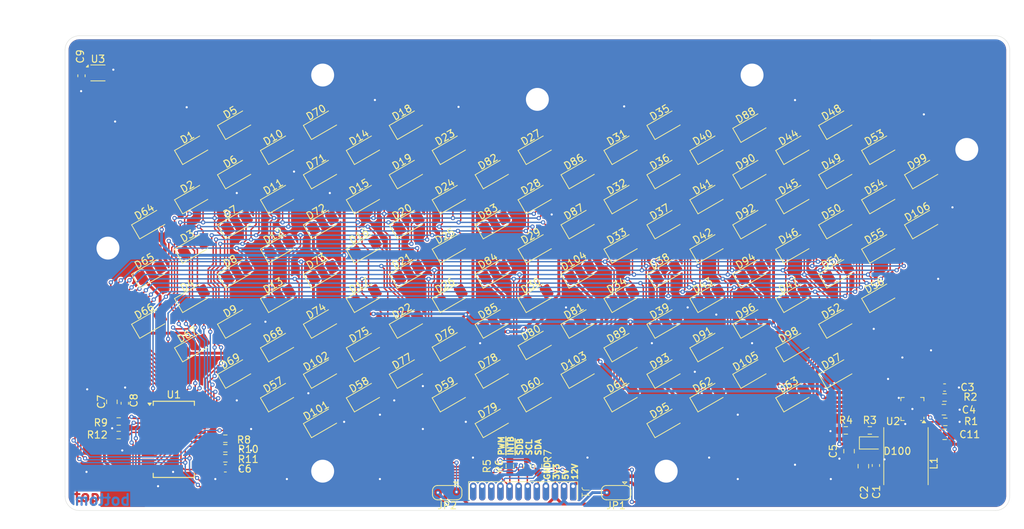
<source format=kicad_pcb>
(kicad_pcb (version 20240108) (generator "pcbnew") (generator_version "8.0")
  (layers (0 "F.Cu" signal) (31 "B.Cu" signal) (34 "B.Paste" user) (35 "F.Paste" user) (36 "B.SilkS" user "B.Silkscreen") (37 "F.SilkS" user "F.Silkscreen") (38 "B.Mask" user) (39 "F.Mask" user) (44 "Edge.Cuts" user))
  (net 0 "")
  (net 1 "GND")
  (net 2 "VLEDWH")
  (net 3 "+3.3V")
  (net 4 "CA2")
  (net 5 "CA1")
  (net 6 "CA3")
  (net 7 "CA4")
  (net 8 "CA5")
  (net 9 "CA6")
  (net 10 "CA7")
  (net 11 "CA8")
  (net 12 "CA9")
  (net 13 "CB1")
  (net 14 "CB2")
  (net 15 "CB3")
  (net 16 "CB4")
  (net 17 "CB5")
  (net 18 "CB6")
  (net 19 "CB7")
  (net 20 "CB8")
  (net 21 "CB9")
  (net 22 "Net-(D64-K)")
  (net 23 "Net-(D65-K)")
  (net 24 "Net-(D66-K)")
  (net 25 "Net-(D67-K)")
  (net 26 "Net-(D68-K)")
  (net 27 "WHLED1")
  (net 28 "Net-(D70-K)")
  (net 29 "Net-(D71-K)")
  (net 30 "Net-(D72-K)")
  (net 31 "Net-(D73-K)")
  (net 32 "Net-(D74-K)")
  (net 33 "WHLED2")
  (net 34 "Net-(D76-K)")
  (net 35 "Net-(D77-K)")
  (net 36 "Net-(D78-K)")
  (net 37 "Net-(D79-K)")
  (net 38 "Net-(D80-K)")
  (net 39 "WHLED3")
  (net 40 "Net-(D82-K)")
  (net 41 "Net-(D83-K)")
  (net 42 "Net-(D84-K)")
  (net 43 "Net-(D85-K)")
  (net 44 "Net-(D86-K)")
  (net 45 "WHLED4")
  (net 46 "Net-(D88-K)")
  (net 47 "Net-(D89-K)")
  (net 48 "Net-(D90-K)")
  (net 49 "Net-(D91-K)")
  (net 50 "Net-(D92-K)")
  (net 51 "Net-(D93-K)")
  (net 52 "Net-(D94-K)")
  (net 53 "Net-(D95-K)")
  (net 54 "Net-(D96-K)")
  (net 55 "Net-(D97-K)")
  (net 56 "WHLED5")
  (net 57 "WHLED6")
  (net 58 "/~{SDB}")
  (net 59 "/~{INTB}")
  (net 60 "SDA")
  (net 62 "SCL")
  (net 64 "/WHITE_PWM")
  (net 65 "+12V")
  (net 66 "+5V")
  (net 68 "Net-(D101-A)")
  (net 69 "Net-(D102-A)")
  (net 70 "Net-(D103-A)")
  (net 71 "Net-(D104-A)")
  (net 72 "Net-(D105-A)")
  (net 73 "Net-(D106-A)")
  (net 74 "/TPS_COMP")
  (net 75 "/TPS_LDO")
  (net 76 "/TPS_VIN")
  (net 77 "/TPS_SW")
  (net 78 "/TPS_MODE")
  (net 79 "/TPS_ISET")
  (net 80 "/TPS_FB")
  (net 81 "/IS_FILT")
  (net 82 "/IS_VIN")
  (net 83 "/IS_AD")
  (net 84 "/IS_IN")
  (net 85 "/IS_REXT")
  (footprint "Resistor_SMD:R_0603_1608Metric_Pad0.98x0.95mm_HandSolder" (layer "F.Cu") (at 73.4 107.35)
    (property "Reference" "R8")
    (property "Value" "1M")
  )
  (footprint "LED_SMD:LED_1206_3216Metric_Pad1.42x1.75mm_HandSolder" (layer "F.Cu") (at 105 80.6 30)
    (property "Reference" "D25")
    (property "Value" "1206MIL")
  )
  (footprint "LED_SMD:LED_1206_3216Metric_Pad1.42x1.75mm_HandSolder" (layer "F.Cu") (at 111 77.2 30)
    (property "Reference" "D83")
    (property "Value" "1206MIL")
  )
  (footprint "LED_SMD:LED_1206_3216Metric_Pad1.42x1.75mm_HandSolder" (layer "F.Cu") (at 87 70.2 30)
    (property "Reference" "D71")
    (property "Value" "1206MIL")
  )
  (footprint "Jumper:SolderJumper-3_P1.3mm_Bridged12_RoundedPad1.0x1.5mm" (layer "F.Cu") (at 128 114.9 180)
    (property "Reference" "JP1")
    (property "Value" "Jumper_3_Bridged12")
  )
  (footprint "LED_SMD:LED_1206_3216Metric_Pad1.42x1.75mm_HandSolder" (layer "F.Cu") (at 93 80.6 30)
    (property "Reference" "D16")
    (property "Value" "1206MIL")
  )
  (footprint "Resistor_SMD:R_0603_1608Metric_Pad0.98x0.95mm_HandSolder" (layer "F.Cu") (at 117.1 111.2 90)
    (property "Reference" "R7")
    (property "Value" "4k7")
  )
  (footprint "Capacitor_SMD:C_0805_2012Metric_Pad1.18x1.45mm_HandSolder" (layer "F.Cu") (at 173.91 106.744998)
    (property "Reference" "C11")
    (property "Value" "1uF")
  )
  (footprint "LED_SMD:LED_1206_3216Metric_Pad1.42x1.75mm_HandSolder" (layer "F.Cu") (at 123 77.2 30)
    (property "Reference" "D87")
    (property "Value" "1206MIL")
  )
  (footprint "LED_SMD:LED_1206_3216Metric_Pad1.42x1.75mm_HandSolder" (layer "F.Cu") (at 159 84.1 30)
    (property "Reference" "D51")
    (property "Value" "1206MIL")
  )
  (footprint "LED_SMD:LED_1206_3216Metric_Pad1.42x1.75mm_HandSolder" (layer "F.Cu") (at 81 101.4 30)
    (property "Reference" "D57")
    (property "Value" "1206MIL")
  )
  (footprint "LED_SMD:LED_1206_3216Metric_Pad1.42x1.75mm_HandSolder" (layer "F.Cu") (at 153 66.8 30)
    (property "Reference" "D44")
    (property "Value" "1206MIL")
  )
  (footprint "Capacitor_SMD:C_0805_2012Metric_Pad1.18x1.45mm_HandSolder" (layer "F.Cu") (at 173.8 103.3)
    (property "Reference" "C4")
    (property "Value" "1uF")
  )
  (footprint "LED_SMD:LED_1206_3216Metric_Pad1.42x1.75mm_HandSolder" (layer "F.Cu") (at 105 66.8 30)
    (property "Reference" "D23")
    (property "Value" "1206MIL")
  )
  (footprint "LED_SMD:LED_1206_3216Metric_Pad1.42x1.75mm_HandSolder" (layer "F.Cu") (at 99 77.2 30)
    (property "Reference" "D20")
    (property "Value" "1206MIL")
  )
  (footprint "LED_SMD:LED_1206_3216Metric_Pad1.42x1.75mm_HandSolder" (layer "F.Cu") (at 87 105 30)
    (property "Reference" "D101")
    (property "Value" "1206MIL")
  )
  (footprint "LED_SMD:LED_1206_3216Metric_Pad1.42x1.75mm_HandSolder" (layer "F.Cu") (at 135 105 30)
    (property "Reference" "D95")
    (property "Value" "1206MIL")
  )
  (footprint "Sensor_Humidity:Sensirion_DFN-4-1EP_2x2mm_P1mm_EP0.7x1.6mm" (layer "F.Cu") (at 55.6 56.2)
    (property "Reference" "U3")
    (property "Value" "SHTC3")
  )
  (footprint "LED_SMD:LED_1206_3216Metric_Pad1.42x1.75mm_HandSolder" (layer "F.Cu") (at 81 80.6 30)
    (property "Reference" "D12")
    (property "Value" "1206MIL")
  )
  (footprint "LED_SMD:LED_1206_3216Metric_Pad1.42x1.75mm_HandSolder" (layer "F.Cu") (at 63 84.1 30)
    (property "Reference" "D65")
    (property "Value" "1206MIL")
  )
  (footprint "LED_SMD:LED_1206_3216Metric_Pad1.42x1.75mm_HandSolder" (layer "F.Cu") (at 171 77.2 30)
    (property "Reference" "D106")
    (property "Value" "1206MIL")
  )
  (footprint "LED_SMD:LED_1206_3216Metric_Pad1.42x1.75mm_HandSolder" (layer "F.Cu") (at 153 101.4 30)
    (property "Reference" "D63")
    (property "Value" "1206MIL")
  )
  (footprint "LED_SMD:LED_1206_3216Metric_Pad1.42x1.75mm_HandSolder" (layer "F.Cu") (at 75 84.1 30)
    (property "Reference" "D8")
    (property "Value" "1206MIL")
  )
  (footprint "LED_SMD:LED_1206_3216Metric_Pad1.42x1.75mm_HandSolder" (layer "F.Cu") (at 141 94.4 30)
    (property "Reference" "D91")
    (property "Value" "1206MIL")
  )
  (footprint "LED_SMD:LED_1206_3216Metric_Pad1.42x1.75mm_HandSolder" (layer "F.Cu") (at 117 94.1 30)
    (property "Reference" "D80")
    (property "Value" "1206MIL")
  )
  (footprint "LED_SMD:LED_1206_3216Metric_Pad1.42x1.75mm_HandSolder" (layer "F.Cu") (at 69 87.5 30)
    (property "Reference" "D4")
    (property "Value" "1206MIL")
  )
  (footprint "LED_SMD:LED_1206_3216Metric_Pad1.42x1.75mm_HandSolder" (layer "F.Cu") (at 153 94.4 30)
    (property "Reference" "D98")
    (property "Value" "1206MIL")
  )
  (footprint "Resistor_SMD:R_0603_1608Metric_Pad0.98x0.95mm_HandSolder" (layer "F.Cu") (at 73.4 110.1 180)
    (property "Reference" "R11")
    (property "Value" "1M")
  )
  (footprint "LED_SMD:LED_1206_3216Metric_Pad1.42x1.75mm_HandSolder" (layer "F.Cu") (at 99 63.3 30)
    (property "Reference" "D18")
    (property "Value" "1206MIL")
  )
  (footprint "Resistor_SMD:R_0603_1608Metric_Pad0.98x0.95mm_HandSolder" (layer "F.Cu") (at 58.5 106.85)
    (property "Reference" "R12")
    (property "Value" "20k")
  )
  (footprint "LED_SMD:LED_1206_3216Metric_Pad1.42x1.75mm_HandSolder" (layer "F.Cu") (at 141 80.6 30)
    (property "Reference" "D42")
    (property "Value" "1206MIL")
  )
  (footprint "LED_SMD:LED_1206_3216Metric_Pad1.42x1.75mm_HandSolder" (layer "F.Cu") (at 153 80.6 30)
    (property "Reference" "D46")
    (property "Value" "1206MIL")
  )
  (footprint "LED_SMD:LED_1206_3216Metric_Pad1.42x1.75mm_HandSolder" (layer "F.Cu") (at 135 84.1 30)
    (property "Reference" "D38")
    (property "Value" "1206MIL")
  )
  (footprint "Resistor_SMD:R_0603_1608Metric_Pad0.98x0.95mm_HandSolder" (layer "F.Cu") (at 174 105 180)
    (property "Reference" "R1")
    (property "Value" "1M3")
  )
  (footprint "LED_SMD:LED_1206_3216Metric_Pad1.42x1.75mm_HandSolder" (layer "F.Cu") (at 87 91.1 30)
    (property "Reference" "D74")
    (property "Value" "1206MIL")
  )
  (footprint "Resistor_SMD:R_0603_1608Metric_Pad0.98x0.95mm_HandSolder" (layer "F.Cu") (at 173.9 101.6 180)
    (property "Reference" "R2")
    (property "Value" "51k")
  )
  (footprint "LED_SMD:LED_1206_3216Metric_Pad1.42x1.75mm_HandSolder" (layer "F.Cu") (at 81 87.5 30)
    (property "Reference" "D13")
    (property "Value" "1206MIL")
  )
  (footprint "LED_SMD:LED_1206_3216Metric_Pad1.42x1.75mm_HandSolder" (layer "F.Cu") (at 147 84.1 30)
    (property "Reference" "D94")
    (property "Value" "1206MIL")
  )
  (footprint "LED_SMD:LED_1206_3216Metric_Pad1.42x1.75mm_HandSolder" (layer "F.Cu") (at 87 84.1 30)
    (property "Reference" "D73")
    (property "Value" "1206MIL")
  )
  (footprint "LED_SMD:LED_1206_3216Metric_Pad1.42x1.75mm_HandSolder" (layer "F.Cu") (at 93 94.4 30)
    (property "Reference" "D75")
    (property "Value" "1206MIL")
  )
  (footprint "LED_SMD:LED_1206_3216Metric_Pad1.42x1.75mm_HandSolder" (layer "F.Cu") (at 123 84.1 30)
    (property "Reference" "D104")
    (property "Value" "1206MIL")
  )
  (footprint "LED_SMD:LED_1206_3216Metric_Pad1.42x1.75mm_HandSolder" (layer "F.Cu") (at 105 87.5 30)
    (property "Reference" "D26")
    (property "Value" "1206MIL")
  )
  (footprint "LED_SMD:LED_1206_3216Metric_Pad1.42x1.75mm_HandSolder" (layer "F.Cu") (at 99 70.2 30)
    (property "Reference" "D19")
    (property "Value" "1206MIL")
  )
  (footprint "LED_SMD:LED_1206_3216Metric_Pad1.42x1.75mm_HandSolder" (layer "F.Cu") (at 81 66.8 30)
    (property "Reference" "D10")
    (property "Value" "1206MIL")
  )
  (footprint "LED_SMD:LED_1206_3216Metric_Pad1.42x1.75mm_HandSolder" (layer "F.Cu") (at 111 98.1 30)
    (property "Reference" "D78")
    (property "Value" "1206MIL")
  )
  (footprint "LED_SMD:LED_1206_3216Metric_Pad1.42x1.75mm_HandSolder" (layer "F.Cu") (at 99 98.1 30)
    (property "Reference" "D77")
    (property "Value" "1206MIL")
  )
  (footprint "LED_SMD:LED_1206_3216Metric_Pad1.42x1.75mm_HandSolder" (layer "F.Cu") (at 129 87.5 30)
    (property "Reference" "D34")
    (property "Value" "1206MIL")
  )
  (footprint "LED_SMD:LED_1206_3216Metric_Pad1.42x1.75mm_HandSolder" (layer "F.Cu") (at 87 77.2 30)
    (property "Reference" "D72")
    (property "Value" "1206MIL")
  )
  (footprint "LED_SMD:LED_1206_3216Metric_Pad1.42x1.75mm_HandSolder" (layer "F.Cu") (at 117 73.7 30)
    (property "Reference" "D28")
    (property "Value" "1206MIL")
  )
  (footprint "LED_SMD:LED_1206_3216Metric_Pad1.42x1.75mm_HandSolder" (layer "F.Cu") (at 165 87.5 30)
    (property "Reference" "D56")
    (property "Value" "1206MIL")
  )
  (footprint "LED_SMD:LED_1206_3216Metric_Pad1.42x1.75mm_HandSolder" (layer "F.Cu") (at 159 63.3 30)
    (property "Reference" "D48")
    (property "Value" "1206MIL")
  )
  (footprint "Capacitor_SMD:C_0805_2012Metric_Pad1.18x1.45mm_HandSolder" (layer "F.Cu") (at 160.55 109.1 -90)
    (property "Reference" "C5")
    (property "Value" "10uF")
  )
  (footprint "LED_SMD:LED_1206_3216Metric_Pad1.42x1.75mm_HandSolder" (layer "F.Cu") (at 135 77.2 30)
    (property "Reference" "D37")
    (property "Value" "1206MIL")
  )
  (footprint "LED_SMD:LED_1206_3216Metric_Pad1.42x1.75mm_HandSolder" (layer "F.Cu") (at 129 101.4 30)
    (property "Reference" "D61")
    (property "Value" "1206MIL")
  )
  (footprint "LED_SMD:LED_1206_3216Metric_Pad1.42x1.75mm_HandSolder" (layer "F.Cu") (at 147 70.2 30)
    (property "Reference" "D90")
    (property "Value" "1206MIL")
  )
  (footprint "LED_SMD:LED_1206_3216Metric_Pad1.42x1.75mm_HandSolder" (layer "F.Cu") (at 147 77.2 30)
    (property "Reference" "D92")
    (property "Value" "1206MIL")
  )
  (footprint "lighthouse:con_1x12_1.27mm_long_pads" (layer "F.Cu") (at 122 114 -90)
    (property "Reference" "J1")
    (property "Value" "Conn_01x12_Pin")
  )
  (footprint "LED_SMD:LED_1206_3216Metric_Pad1.42x1.75mm_HandSolder" (layer "F.Cu") (at 159 77.2 30)
    (property "Reference" "D50")
    (property "Value" "1206MIL")
  )
  (footprint "LED_SMD:LED_1206_3216Metric_Pad1.42x1.75mm_HandSolder" (layer "F.Cu") (at 117 66.8 30)
    (property "Reference" "D27")
    (property "Value" "1206MIL")
  )
  (footprint "LED_SMD:LED_1206_3216Metric_Pad1.42x1.75mm_HandSolder" (layer "F.Cu") (at 129 80.6 30)
    (property "Reference" "D33")
    (property "Value" "1206MIL")
  )
  (footprint "LED_SMD:LED_1206_3216Metric_Pad1.42x1.75mm_HandSolder" (layer "F.Cu") (at 141 101.4 30)
    (property "Reference" "D62")
    (property "Value" "1206MIL")
  )
  (footprint "LED_SMD:LED_1206_3216Metric_Pad1.42x1.75mm_HandSolder" (layer "F.Cu") (at 69 80.6 30)
    (property "Reference" "D3")
    (property "Value" "1206MIL")
  )
  (footprint "LED_SMD:LED_1206_3216Metric_Pad1.42x1.75mm_HandSolder" (layer "F.Cu") (at 93 66.8 30)
    (property "Reference" "D14")
    (property "Value" "1206MIL")
  )
  (footprint "LED_SMD:LED_1206_3216Metric_Pad1.42x1.75mm_HandSolder" (layer "F.Cu") (at 135 98.1 30)
    (property "Reference" "D93")
    (property "Value" "1206MIL")
  )
  (footprint "LED_SMD:LED_1206_3216Metric_Pad1.42x1.75mm_HandSolder" (layer "F.Cu") (at 141 87.5 30)
    (property "Reference" "D43")
    (property "Value" "1206MIL")
  )
  (footprint "Resistor_SMD:R_0603_1608Metric_Pad0.98x0.95mm_HandSolder" (layer "F.Cu") (at 163.45 106.2)
    (property "Reference" "R3")
    (property "Value" "1M")
  )
  (footprint "LED_SMD:LED_1206_3216Metric_Pad1.42x1.75mm_HandSolder" (layer "F.Cu") (at 165 80.6 30)
    (property "Reference" "D55")
    (property "Value" "1206MIL")
  )
  (footprint "LED_SMD:LED_1206_3216Metric_Pad1.42x1.75mm_HandSolder" (layer "F.Cu") (at 141 66.8 30)
    (property "Reference" "D40")
    (property "Value" "1206MIL")
  )
  (footprint "LED_SMD:LED_1206_3216Metric_Pad1.42x1.75mm_HandSolder" (layer "F.Cu") (at 87 63.3 30)
    (property "Reference" "D70")
    (property "Value" "1206MIL")
  )
  (footprint "LED_SMD:LED_1206_3216Metric_Pad1.42x1.75mm_HandSolder" (layer "F.Cu") (at 111 105 30)
    (property "Reference" "D79")
    (property "Value" "1206MIL")
  )
  (footprint "LED_SMD:LED_1206_3216Metric_Pad1.42x1.75mm_HandSolder" (layer "F.Cu") (at 75 63.3 30)
    (property "Reference" "D5")
    (property "Value" "1206MIL")
  )
  (footprint "LED_SMD:LED_1206_3216Metric_Pad1.42x1.75mm_HandSolder" (layer "F.Cu") (at 153 87.5 30)
    (property "Reference" "D47")
    (property "Value" "1206MIL")
  )
  (footprint "Capacitor_SMD:C_0603_1608Metric_Pad1.08x0.95mm_HandSolder" (layer "F.Cu") (at 73.4 111.5)
    (property "Reference" "C6")
    (property "Value" "100nF")
  )
  (footprint "LED_SMD:LED_1206_3216Metric_Pad1.42x1.75mm_HandSolder" (layer "F.Cu") (at 63 91.1 30)
    (property "Reference" "D66")
    (property "Value" "1206MIL")
  )
  (footprint "LED_SMD:LED_1206_3216Metric_Pad1.42x1.75mm_HandSolder" (layer "F.Cu") (at 117 87.5 30)
    (property "Reference" "D30")
    (property "Value" "1206MIL")
  )
  (footprint "LED_SMD:LED_1206_3216Metric_Pad1.42x1.75mm_HandSolder" (layer "F.Cu") (at 129 94.4 30)
    (property "Reference" "D89")
    (property "Value" "1206MIL")
  )
  (footprint "Capacitor_SMD:C_0805_2012Metric_Pad1.18x1.45mm_HandSolder" (layer "F.Cu") (at 162.55 111.2 90)
    (property "Reference" "C2")
    (property "Value" "10uF")
  )
  (footprint "Resistor_SMD:R_0603_1608Metric_Pad0.98x0.95mm_HandSolder" (layer "F.Cu") (at 113.15 111.2 90)
    (property "Reference" "R5")
    (property "Value" "1M")
  )
  (footprint "LED_SMD:LED_1206_3216Metric_Pad1.42x1.75mm_HandSolder" (layer "F.Cu") (at 99 91.1 30)
    (property "Reference" "D22")
    (property "Value" "1206MIL")
  )
  (footprint "LED_SMD:LED_1206_3216Metric_Pad1.42x1.75mm_HandSolder" (layer "F.Cu") (at 117 101.4 30)
    (property "Reference" "D60")
    (property "Value" "1206MIL")
  )
  (footprint "LED_SMD:LED_1206_3216Metric_Pad1.42x1.75mm_HandSolder" (layer "F.Cu") (at 111 91.1 30)
    (property "Reference" "D85")
    (property "Value" "1206MIL")
  )
  (footprint "Resistor_SMD:R_0603_1608Metric_Pad0.98x0.95mm_HandSolder" (layer "F.Cu") (at 73.4 108.7 180)
    (property "Reference" "R10")
    (property "Value" "1M")
  )
  (footprint "LED_SMD:LED_1206_3216Metric_Pad1.42x1.75mm_HandSolder" (layer "F.Cu") (at 123 91.1 30)
    (property "Reference" "D81")
    (property "Value" "1206MIL")
  )
  (footprint "Inductor_SMD:L_Taiyo-Yuden_NR-60xx_HandSoldering" (layer "F.Cu") (at 168.5 109.8 90)
    (property "Reference" "L1")
    (property "Value" "4.7uH")
  )
  (footprint "LED_SMD:LED_1206_3216Metric_Pad1.42x1.75mm_HandSolder" (layer "F.Cu") (at 93 87.5 30)
    (property "Reference" "D17")
    (property "Value" "1206MIL")
  )
  (footprint "LED_SMD:LED_1206_3216Metric_Pad1.42x1.75mm_HandSolder" (layer "F.Cu") (at 75 70.2 30)
    (property "Reference" "D6")
    (property "Value" "1206MIL")
  )
  (footprint "LED_SMD:LED_1206_3216Metric_Pad1.42x1.75mm_HandSolder" (layer "F.Cu") (at 147 63.7 30)
    (property "Reference" "D88")
    (property "Value" "1206MIL")
  )
  (footprint "LED_SMD:LED_1206_3216Metric_Pad1.42x1.75mm_HandSolder" (layer "F.Cu") (at 111 70.2 30)
    (property "Reference" "D82")
    (property "Value" "1206MIL")
  )
  (footprint "LED_SMD:LED_1206_3216Metric_Pad1.42x1.75mm_HandSolder" (layer "F.Cu") (at 69 73.7 30)
    (property "Reference" "D2")
    (property "Value" "1206MIL")
  )
  (footprint "LED_SMD:LED_1206_3216Metric_Pad1.42x1.75mm_HandSolder" (layer "F.Cu") (at 75 77.2 30)
    (property "Reference" "D7")
    (property "Value" "1206MIL")
  )
  (footprint "Diode_SMD:D_SOD-323F" (layer "F.Cu") (at 163.6 107.95)
    (property "Reference" "D100")
    (property "Value" "PMEG4010CEJ")
  )
  (footprint "LED_SMD:LED_1206_3216Metric_Pad1.42x1.75mm_HandSolder" (layer "F.Cu") (at 93 101.4 30)
    (property "Reference" "D58")
    (property "Value" "1206MIL")
  )
  (footprint "LED_SMD:LED_1206_3216Metric_Pad1.42x1.75mm_HandSolder" (layer "F.Cu") (at 123 98.1 30)
    (property "Reference" "D103")
    (property "Value" "1206MIL")
  )
  (footprint "Package_DFN_QFN:Texas_RTE0016D_WQFN-16-1EP_3x3mm_P0.5mm_EP0.8x0.8mm" (layer "F.Cu") (at 169.4 103.2 180)
    (property "Reference" "U2")
    (property "Value" "TPS61176RTER")
  )
  (footprint "LED_SMD:LED_1206_3216Metric_Pad1.42x1.75mm_HandSolder" (layer "F.Cu") (at 81 73.7 30)
    (property "Reference" "D11")
    (property "Value" "1206MIL")
  )
  (footprint "LED_SMD:LED_1206_3216Metric_Pad1.42x1.75mm_HandSolder" (layer "F.Cu") (at 75 98.1 30)
    (property "Reference" "D69")
    (property "Value" "1206MIL")
  )
  (footprint "LED_SMD:LED_1206_3216Metric_Pad1.42x1.75mm_HandSolder" (layer "F.Cu") (at 135 70.2 30)
    (property "Reference" "D36")
    (property "Value" "1206MIL")
  )
  (footprint "LED_SMD:LED_1206_3216Metric_Pad1.42x1.75mm_HandSolder" (layer "F.Cu") (at 69 66.8 30)
    (property "Reference" "D1")
    (property "Value" "1206MIL")
  )
  (footprint "Resistor_SMD:R_0603_1608Metric_Pad0.98x0.95mm_HandSolder" (layer "F.Cu") (at 160.1 106.2)
    (property "Reference" "R4")
    (property "Value" "68k")
  )
  (footprint "LED_SMD:LED_1206_3216Metric_Pad1.42x1.75mm_HandSolder" (layer "F.Cu") (at 105 73.7 30)
    (property "Reference" "D24")
    (property "Value" "1206MIL")
  )
  (footprint "LED_SMD:LED_1206_3216Metric_Pad1.42x1.75mm_HandSolder" (layer "F.Cu") (at 93 73.7 30)
    (property "Reference" "D15")
    (property "Value" "1206MIL")
  )
  (footprint "LED_SMD:LED_1206_3216Metric_Pad1.42x1.75mm_HandSolder" (layer "F.Cu") (at 147 98.1 30)
    (property "Reference" "D105")
    (property "Value" "1206MIL")
  )
  (footprint "LED_SMD:LED_1206_3216Metric_Pad1.42x1.75mm_HandSolder" (layer "F.Cu") (at 165 73.7 30)
    (property "Reference" "D54")
    (property "Value" "1206MIL")
  )
  (footprint "LED_SMD:LED_1206_3216Metric_Pad1.42x1.75mm_HandSolder" (layer "F.Cu") (at 81 94.4 30)
    (property "Reference" "D68")
    (property "Value" "1206MIL")
  )
  (footprint "LED_SMD:LED_1206_3216Metric_Pad1.42x1.75mm_HandSolder" (layer "F.Cu") (at 171 70.2 30)
    (property "Reference" "D99")
    (property "Value" "1206MIL")
  )
  (footprint "LED_SMD:LED_1206_3216Metric_Pad1.42x1.75mm_HandSolder" (layer "F.Cu") (at 75 91.1 30)
    (property "Reference" "D9")
    (property "Value" "1206MIL")
  )
  (footprint "LED_SMD:LED_1206_3216Metric_Pad1.42x1.75mm_HandSolder" (layer "F.Cu") (at 87 98.1 30)
    (property "Reference" "D102")
    (property "Value" "1206MIL")
  )
  (footprint "Package_SO:SSOP-28_5.3x10.2mm_P0.65mm" (layer "F.Cu") (at 66.2 107.45)
    (property "Reference" "U1")
    (property "Value" "IS31FL3731-SA")
  )
  (footprint "LED_SMD:LED_1206_3216Metric_Pad1.42x1.75mm_HandSolder" (layer "F.Cu") (at 129 73.7 30)
    (property "Reference" "D32")
    (property "Value" "1206MIL")
  )
  (footprint "LED_SMD:LED_1206_3216Metric_Pad1.42x1.75mm_HandSolder" (layer "F.Cu") (at 153 73.7 30)
    (property "Reference" "D45")
    (property "Value" "1206MIL")
  )
  (footprint "LED_SMD:LED_1206_3216Metric_Pad1.42x1.75mm_HandSolder" (layer "F.Cu") (at 63 77.2 30)
    (property "Reference" "D64")
    (property "Value" "1206MIL")
  )
  (footprint "Capacitor_SMD:C_0603_1608Metric_Pad1.08x0.95mm_HandSolder" (layer "F.Cu") (at 59.35 102.4 90)
    (property "Reference" "C8")
    (property "Value" "100nF")
  )
  (footprint "LED_SMD:LED_1206_3216Metric_Pad1.42x1.75mm_HandSolder" (layer "F.Cu") (at 135 63.3 30)
    (property "Reference" "D35")
    (property "Value" "1206MIL")
  )
  (footprint "LED_SMD:LED_1206_3216Metric_Pad1.42x1.75mm_HandSolder" (layer "F.Cu") (at 165 66.8 30)
    (property "Reference" "D53")
    (property "Value" "1206MIL")
  )
  (footprint "LED_SMD:LED_1206_3216Metric_Pad1.42x1.75mm_HandSolder" (layer "F.Cu") (at 147 91.1 30)
    (property "Reference" "D96")
    (property "Value" "1206MIL")
  )
  (footprint "Resistor_SMD:R_0603_1608Metric_Pad0.98x0.95mm_HandSolder" (layer "F.Cu") (at 115.6 111.2 90)
    (property "Reference" "R6")
    (property "Value" "4k7")
  )
  (footprint "Capacitor_SMD:C_0603_1608Metric_Pad1.08x0.95mm_HandSolder" (layer "F.Cu") (at 53.3 56.6 -90)
    (property "Reference" "C9")
    (property "Value" "100nF")
  )
  (footprint "Resistor_SMD:R_0603_1608Metric_Pad0.98x0.95mm_HandSolder" (layer "F.Cu") (at 58.5 104.95)
    (property "Reference" "R9")
    (property "Value" "1M")
  )
  (footprint "LED_SMD:LED_1206_3216Metric_Pad1.42x1.75mm_HandSolder" (layer "F.Cu") (at 159 91.1 30)
    (property "Reference" "D52")
    (property "Value" "1206MIL")
  )
  (footprint "Capacitor_SMD:C_0805_2012Metric_Pad1.18x1.45mm_HandSolder" (layer "F.Cu") (at 57.55 102.2 90)
    (property "Reference" "C7")
    (property "Value" "10uF")
  )
  (footprint "LED_SMD:LED_1206_3216Metric_Pad1.42x1.75mm_HandSolder" (layer "F.Cu") (at 135 91.1 30)
    (property "Reference" "D39")
    (property "Value" "1206MIL")
  )
  (footprint "Jumper:SolderJumper-3_P1.3mm_Bridged12_RoundedPad1.0x1.5mm" (layer "F.Cu") (at 104.4 114.9 180)
    (property "Reference" "JP2")
    (property "Value" "Jumper_3_Bridged12")
  )
  (footprint "LED_SMD:LED_1206_3216Metric_Pad1.42x1.75mm_HandSolder" (layer "F.Cu") (at 141 73.7 30)
    (property "Reference" "D41")
    (property "Value" "1206MIL")
  )
  (footprint "LED_SMD:LED_1206_3216Metric_Pad1.42x1.75mm_HandSolder" (layer "F.Cu") (at 69 94.4 30)
    (property "Reference" "D67")
    (property "Value" "1206MIL")
  )
  (footprint "LED_SMD:LED_1206_3216Metric_Pad1.42x1.75mm_HandSolder" (layer "F.Cu") (at 105 101.4 30)
    (property "Reference" "D59")
    (property "Value" "1206MIL")
  )
  (footprint "LED_SMD:LED_1206_3216Metric_Pad1.42x1.75mm_HandSolder" (layer "F.Cu") (at 123 70.2 30)
    (property "Reference" "D86")
    (property "Value" "1206MIL")
  )
  (footprint "LED_SMD:LED_1206_3216Metric_Pad1.42x1.75mm_HandSolder" (layer "F.Cu") (at 117 80.6 30)
    (property "Reference" "D29")
    (property "Value" "1206MIL")
  )
  (footprint "LED_SMD:LED_1206_3216Metric_Pad1.42x1.75mm_HandSolder" (layer "F.Cu") (at 159 98.1 30)
    (property "Reference" "D97")
    (property "Value" "1206MIL")
  )
  (footprint "LED_SMD:LED_1206_3216Metric_Pad1.42x1.75mm_HandSolder" (layer "F.Cu") (at 105 94.3 30)
    (property "Reference" "D76")
    (property "Value" "1206MIL")
  )
  (footprint "LED_SMD:LED_1206_3216Metric_Pad1.42x1.75mm_HandSolder" (layer "F.Cu") (at 99 84.1 30)
    (property "Reference" "D21")
    (property "Value" "1206MIL")
  )
  (footprint "LED_SMD:LED_1206_3216Metric_Pad1.42x1.75mm_HandSolder" (layer "F.Cu") (at 111 84.1 30)
    (property "Reference" "D84")
    (property "Value" "1206MIL")
  )
  (footprint "LED_SMD:LED_1206_3216Metric_Pad1.42x1.75mm_HandSolder" (layer "F.Cu") (at 129 66.8 30)
    (property "Reference" "D31")
    (property "Value" "1206MIL")
  )
  (footprint "Capacitor_SMD:C_0603_1608Metric_Pad1.08x0.95mm_HandSolder" (layer "F.Cu") (at 164.3 111.1 90)
    (property "Reference" "C1")
    (property "Value" "100nF")
  )
  (footprint "Capacitor_SMD:C_0603_1608Metric_Pad1.08x0.95mm_HandSolder" (layer "F.Cu") (at 173.9 100.2)
    (property "Reference" "C3")
    (property "Value" "470nF")
  )
  (footprint "LED_SMD:LED_1206_3216Metric_Pad1.42x1.75mm_HandSolder" (layer "F.Cu") (at 159 70.2 30)
    (property "Reference" "D49")
    (property "Value" "1206MIL")
  )
  (gr_poly (pts (xy 165.6 109.6) (xy 165.8 109.8) (xy 165.8 110.55) (xy 165.6 110.75) (xy 159.1 110.75) (xy 158.9 110.55) (xy 158.9 109.8) (xy 159.1 109.6)) (stroke (width 0.2)) (fill solid) (layer "F.Cu") (net 1))
  (gr_poly (pts (xy 171.4 111.45) (xy 171.35 111.4) (xy 161.65 111.4) (xy 161.25 111.8) (xy 161.25 113.35) (xy 161.65 113.75) (xy 171.35 113.75) (xy 171.408745 113.691255)) (stroke (width 0.2)) (fill solid) (layer "F.Cu") (net 65))
  (gr_arc (start 53 117.4) (mid 51.585786 116.814214) (end 51 115.4) (stroke (width 0.05)) (layer "Edge.Cuts"))
  (gr_line (start 183 115.4) (end 183 53) (stroke (width 0.05)) (layer "Edge.Cuts"))
  (gr_line (start 51 53) (end 51 115.4) (stroke (width 0.05)) (layer "Edge.Cuts"))
  (gr_line (start 53 117.4) (end 181 117.4) (stroke (width 0.05)) (layer "Edge.Cuts"))
  (gr_line (start 181 51) (end 53 51) (stroke (width 0.05)) (layer "Edge.Cuts"))
  (gr_arc (start 183 115.4) (mid 182.414214 116.814214) (end 181 117.4) (stroke (width 0.05)) (layer "Edge.Cuts"))
  (gr_arc (start 181 51) (mid 182.414214 51.585786) (end 183 53) (stroke (width 0.05)) (layer "Edge.Cuts"))
  (gr_arc (start 51 53) (mid 51.585786 51.585786) (end 53 51) (stroke (width 0.05)) (layer "Edge.Cuts"))
  (gr_text "Lighthouse display rev1  \n2024-10-26\nMEgli" (at 163.7 56.2 0) (layer "F.Cu") (effects (font (size 1 1) (thickness 0.2) (bold yes)) (justify left bottom)))
  (gr_text "top" (at 52.1 116.3 0) (layer "F.Cu") (effects (font (size 1.5 1.5) (thickness 0.3) (bold yes)) (justify left bottom)))
  (gr_text "bottom" (at 60.3 116.8 0) (layer "B.Cu") (effects (font (size 1.5 1.5) (thickness 0.3) (bold yes)) (justify left bottom mirror)))
  (gr_text "PWM\n~{INTB}\n~{SDB}\nSCL\nSDA" (at 117.6 109.8 90) (layer "F.SilkS") (effects (font (size 0.8 0.8) (thickness 0.2) (bold yes)) (justify left bottom)))
  (gr_text "GND\n3V3\n5V\n12V" (at 122.7 113.2 90) (layer "F.SilkS") (effects (font (size 0.8 0.8) (thickness 0.2) (bold yes)) (justify left bottom)))
  (segment (start 75.5 108.8) (end 74.3625 108.8) (width 0.2) (layer "F.Cu") (net 1))
  (segment (start 168.5375 101.65) (end 167.5 101.65) (width 0.2) (layer "F.Cu") (net 1))
  (segment (start 74.3125 111.5) (end 74.2625 111.55) (width 0.2) (layer "F.Cu") (net 1))
  (segment (start 57.5875 105.8) (end 57.5875 105.9) (width 0.4) (layer "F.Cu") (net 1))
  (segment (start 174.8125 101.6) (end 174.8125 103.275) (width 0.2) (layer "F.Cu") (net 1))
  (segment (start 176 105) (end 174.9125 105) (width 0.2) (layer "F.Cu") (net 1))
  (segment (start 74.3625 111.6) (end 74.2625 111.5) (width 0.2) (layer "F.Cu") (net 1))
  (segment (start 57.7 55.7) (end 57.75 55.75) (width 0.2) (layer "F.Cu") (net 1))
  (segment (start 174.9475 105.035) (end 174.9125 105) (width 0.2) (layer "F.Cu") (net 1))
  (segment (start 168.65 104.6375) (end 168.65 105.15) (width 0.2) (layer "F.Cu") (net 1))
  (segment (start 57.5875 106.85) (end 57.5875 105.9) (width 0.4) (layer "F.Cu") (net 1))
  (segment (start 56.525 55.7) (end 57.7 55.7) (width 0.2) (layer "F.Cu") (net 1))
  (segment (start 168.65 105.15) (end 168.4 105.4) (width 0.2) (layer "F.Cu") (net 1))
  (segment (start 174.7625 101.55) (end 174.8125 101.6) (width 0.2) (layer "F.Cu") (net 1))
  (segment (start 168.65 104.6375) (end 168.65 104.55) (width 0.2) (layer "F.Cu") (net 1))
  (segment (start 74.3125 110.15) (end 74.3125 111.5) (width 0.2) (layer "F.Cu") (net 1))
  (segment (start 174.9475 106.744998) (end 174.9475 105.035) (width 0.2) (layer "F.Cu") (net 1))
  (segment (start 174.9125 105) (end 174.9125 103.375) (width 0.2) (layer "F.Cu") (net 1))
  (segment (start 176 103.3) (end 174.8375 103.3) (width 0.2) (layer "F.Cu") (net 1))
  (segment (start 174.8125 103.275) (end 174.8375 103.3) (width 0.2) (layer "F.Cu") (net 1))
  (segment (start 74.3125 110.15) (end 74.3125 108.75) (width 0.2) (layer "F.Cu") (net 1))
  (segment (start 174.7625 100.2) (end 174.7625 101.55) (width 0.2) (layer "F.Cu") (net 1))
  (segment (start 174.9125 103.375) (end 174.8375 103.3) (width 0.2) (layer "F.Cu") (net 1))
  (segment (start 53.3 57.4625) (end 53.3 58.7) (width 0.2) (layer "F.Cu") (net 1))
  (segment (start 57.5875 104.95) (end 57.5875 105.8) (width 0.4) (layer "F.Cu") (net 1))
  (segment (start 175.9 100.2) (end 174.7625 100.2) (width 0.2) (layer "F.Cu") (net 1))
  (segment (start 57.6375 104.9) (end 57.5875 104.95) (width 0.4) (layer "F.Cu") (net 1))
  (segment (start 74.3625 108.8) (end 74.3125 108.75) (width 0.2) (layer "F.Cu") (net 1))
  (segment (start 168.65 104.55) (end 168.725 104.475) (width 0.2) (layer "F.Cu") (net 1))
  (segment (start 75.4 111.6) (end 74.3625 111.6) (width 0.2) (layer "F.Cu") (net 1))
  (segment (start 168.725 103.875) (end 169.4 103.2) (width 0.2) (layer "F.Cu") (net 1))
  (segment (start 57.5875 105.8) (end 57.6125 105.825) (width 0.4) (layer "F.Cu") (net 1))
  (segment (start 168.65 101.7625) (end 168.5375 101.65) (width 0.2) (layer "F.Cu") (net 1))
  (segment (start 168.725 104.475) (end 168.725 103.875) (width 0.2) (layer "F.Cu") (net 1))
  (segment (start 53.3 58.7) (end 53.25 58.75) (width 0.2) (layer "F.Cu") (net 1))
  (segment (start 168.4 105.4) (end 168.4 105.299998) (width 0.2) (layer "F.Cu") (net 1))
  (segment (start 57.6125 105.825) (end 62.6 105.825) (width 0.4) (layer "F.Cu") (net 1))
  (via (at 169.4 103.2) (size 0.6) (drill 0.3) (layers "F.Cu" "B.Cu") (net 1))
  (via (at 94.299973 59.987599) (size 0.6) (drill 0.3) (layers "F.Cu" "B.Cu") (net 1))
  (via (at 85 101) (size 0.6) (drill 0.3) (layers "F.Cu" "B.Cu") (net 1))
  (via (at 75 73) (size 0.6) (drill 0.3) (layers "F.Cu" "B.Cu") (net 1))
  (via (at 75 102) (size 0.6) (drill 0.3) (layers "F.Cu" "B.Cu") (net 1))
  (via (at 79 91) (size 0.6) (drill 0.3) (layers "F.Cu" "B.Cu") (net 1))
  (via (at 77 106) (size 0.6) (drill 0.3) (layers "F.Cu" "B.Cu") (net 1))
  (via (at 57 80.7) (size 3.6) (drill 3.2) (layers "F.Cu" "B.Cu") (net 1))
  (via (at 101 100) (size 0.6) (drill 0.3) (layers "F.Cu" "B.Cu") (net 1))
  (via (at 168 96) (size 0.6) (drill 0.3) (layers "F.Cu" "B.Cu") (net 1))
  (via (at 57.5875 105.9) (size 0.6) (drill 0.3) (layers "F.Cu" "B.Cu") (net 1))
  (via (at 138 89) (size 0.6) (drill 0.3) (layers "F.Cu" "B.Cu") (net 1))
  (via (at 133 94) (size 0.6) (drill 0.3) (layers "F.Cu" "B.Cu") (net 1))
  (via (at 68 61) (size 0.6) (drill 0.3) (layers "F.Cu" "B.Cu") (net 1))
  (via (at 119 76) (size 0.6) (drill 0.3) (layers "F.Cu" "B.Cu") (net 1))
  (via (at 139 98) (size 0.6) (drill 0.3) (layers "F.Cu" "B.Cu") (net 1))
  (via (at 54.1 100.45) (size 0.6) (drill 0.3) (layers "F.Cu" "B.Cu") (net 1))
  (via (at 87 111.9) (size 3.6) (drill 3.2) (layers "F.Cu" "B.Cu") (net 1))
  (via (at 167.5 101.65) (size 0.6) (drill 0.3) (layers "F.Cu" "B.Cu") (net 1))
  (via (at 175 75) (size 0.6) (drill 0.3) (layers "F.Cu" "B.Cu") (net 1))
  (via (at 53.25 58.75) (size 0.6) (drill 0.3) (layers "F.Cu" "B.Cu") (net 1))
  (via (at 101 106) (size 0.6) (drill 0.3) (layers "F.Cu" "B.Cu") (net 1))
  (via (at 142 90) (size 0.6) (drill 0.3) (layers "F.Cu" "B.Cu") (net 1))
  (via (at 171 62) (size 0.6) (drill 0.3) (layers "F.Cu" "B.Cu") (net 1))
  (via (at 109 94) (size 0.6) (drill 0.3) (layers "F.Cu" "B.Cu") (net 1))
  (via (at 87 56.5) (size 3.6) (drill 3.2) (layers "F.Cu" "B.Cu") (net 1))
  (via (at 95 104) (size 0.6) (drill 0.3) (layers "F.Cu" "B.Cu") (net 1))
  (via (at 157.95 106.3) (size 0.6) (drill 0.3) (layers "F.Cu" "B.Cu") (net 1))
  (via (at 147 56.5) (size 3.6) (drill 3.2) (layers "F.Cu" "B.Cu") (net 1))
  (via (at 117 59.9) (size 3.6) (drill 3.2) (layers "F.Cu" "B.Cu") (net 1))
  (via (at 82 113) (size 0.6) (drill 0.3) (layers "F.Cu" "B.Cu") (net 1))
  (via (at 90 105) (size 0.6) (drill 0.3) (layers "F.Cu" "B.Cu") (net 1))
  (via (at 176 103.3) (size 0.6) (drill 0.3) (layers "F.Cu" "B.Cu") (net 1))
  (via (at 172 95) (size 0.6) (drill 0.3) (layers "F.Cu" "B.Cu") (net 1))
  (via (at 64 114) (size 0.6) (drill 0.3) (layers "F.Cu" "B.Cu") (net 1))
  (via (at 54 112) (size 0.6) (drill 0.3) (layers "F.Cu" "B.Cu") (net 1))
  (via (at 75.5 108.8) (size 0.6) (drill 0.3) (layers "F.Cu" "B.Cu") (net 1))
  (via (at 88 73) (size 0.6) (drill 0.3) (layers "F.Cu" "B.Cu") (net 1))
  (via (at 135 111.9) (size 3.6) (drill 3.2) (layers "F.Cu" "B.Cu") (net 1))
  (via (at 164 92) (size 0.6) (drill 0.3) (layers "F.Cu" "B.Cu") (net 1))
  (via (at 129.126623 60.88059) (size 0.6) (drill 0.3) (layers "F.Cu" "B.Cu") (net 1))
  (via (at 59 109) (size 0.6) (drill 0.3) (layers "F.Cu" "B.Cu") (net 1))
  (via (at 107 105) (size 0.6) (drill 0.3) (layers "F.Cu" "B.Cu") (net 1))
  (via (at 176 105) (size 0.6) (drill 0.3) (layers "F.Cu" "B.Cu") (net 1))
  (via (at 141 110) (size 0.6) (drill 0.3) (layers "F.Cu" "B.Cu") (net 1))
  (via (at 77 109) (size 0.6) (drill 0.3) (layers "F.Cu" "B.Cu") (net 1))
  (via (at 158 113) (size 0.6) (drill 0.3) (layers "F.Cu" "B.Cu") (net 1))
  (via (at 59.4 100.2) (size 0.6) (drill 0.3) (layers "F.Cu" "B.Cu") (net 1))
  (via (at 58 63) (size 0.6) (drill 0.3) (layers "F.Cu" "B.Cu") (net 1))
  (via (at 57.75 55.75) (size 0.6) (drill 0.3) (layers "F.Cu" "B.Cu") (net 1))
  (via (at 108 110) (size 0.6) (drill 0.3) (layers "F.Cu" "B.Cu") (net 1))
  (via (at 124 110) (size 0.6) (drill 0.3) (layers "F.Cu" "B.Cu") (net 1))
  (via (at 165.5 110.25) (size 0.6) (drill 0.3) (layers "F.Cu" "B.Cu") (net 1))
  (via (at 175.9 100.2) (size 0.6) (drill 0.3) (layers "F.Cu" "B.Cu") (net 1))
  (via (at 145 113) (size 0.6) (drill 0.3) (layers "F.Cu" "B.Cu") (net 1))
  (via (at 105.983273 60.955006) (size 0.6) (drill 0.3) (layers "F.Cu" "B.Cu") (net 1))
  (via (at 153 60) (size 0.6) (drill 0.3) (layers "F.Cu" "B.Cu") (net 1))
  (via (at 147 94) (size 0.6) (drill 0.3) (layers "F.Cu" "B.Cu") (net 1))
  (via (at 166 99) (size 0.6) (drill 0.3) (layers "F.Cu" "B.Cu") (net 1))
  (via (at 173 85) (size 0.6) (drill 0.3) (layers "F.Cu" "B.Cu") (net 1))
  (via (at 177 66.9) (size 3.6) (drill 3.2) (layers "F.Cu" "B.Cu") (net 1))
  (via (at 72 113) (size 0.6) (drill 0.3) (layers "F.Cu" "B.Cu") (net 1))
  (via (at 168.4 105.299998) (size 0.6) (drill 0.3) (layers "F.Cu" "B.Cu") (net 1))
  (via (at 145 104) (size 0.6) (drill 0.3) (layers "F.Cu" "B.Cu") (net 1))
  (via (at 159.2 110.15) (size 0.6) (drill 0.3) (layers "F.Cu" "B.Cu") (net 1))
  (via (at 83 70) (size 0.6) (drill 0.3) (layers "F.Cu" "B.Cu") (net 1))
  (via (at 75.4 111.6) (size 0.6) (drill 0.3) (layers "F.Cu" "B.Cu") (net 1))
  (via (at 153 111) (size 0.6) (drill 0.3) (layers "F.Cu" "B.Cu") (net 1))
  (via (at 121 89) (size 0.6) (drill 0.3) (layers "F.Cu" "B.Cu") (net 1))
  (via (at 66.1 112) (size 0.6) (drill 0.3) (layers "F.Cu" "B.Cu") (net 1))
  (via (at 95 113) (size 0.6) (drill 0.3) (layers "F.Cu" "B.Cu") (net 1))
  (via (at 97 102) (size 0.6) (drill 0.3) (layers "F.Cu" "B.Cu") (net 1))
  (segment (start 118.8 112.6) (end 125.9 112.6) (width 0.4) (layer "B.Cu") (net 1))
  (segment (start 118.19 114) (end 118.19 112.81) (width 0.4) (layer "B.Cu") (net 1))
  (segment (start 118.19 112.81) (end 118.2 112.8) (width 0.4) (layer "B.Cu") (net 1))
  (segment (start 118.2 112.8) (end 118.4 112.6) (width 0.4) (layer "B.Cu") (net 1))
  (segment (start 118.4 112.6) (end 118.8 112.6) (width 0.4) (layer "B.Cu") (net 1))
  (segment (start 162.5 107.95) (end 160.6625 107.95) (width 0.5) (layer "F.Cu") (net 2))
  (segment (start 164.3625 106.3375) (end 163.65 107.05) (width 0.2) (layer "F.Cu") (net 2))
  (segment (start 91.1 89.9) (end 90 88.8) (width 0.4) (layer "F.Cu") (net 2))
  (segment (start 106.288213 90.711787) (end 107 90) (width 0.4) (layer "F.Cu") (net 2))
  (segment (start 112.288213 69.45625) (end 112.25625 69.45625) (width 0.4) (layer "F.Cu") (net 2))
  (segment (start 90 88.8) (end 90 64.268037) (width 0.4) (layer "F.Cu") (net 2))
  (segment (start 161.5625 107.05) (end 160.55 108.0625) (width 0.2) (layer "F.Cu") (net 2))
  (segment (start 108 89) (end 107 90) (width 0.4) (layer "F.Cu") (net 2))
  (segment (start 64.5 76.668037) (end 64.288213 76.45625) (width 0.4) (layer "F.Cu") (net 2))
  (segment (start 112.25625 69.45625) (end 111.8 69) (width 0.4) (layer "F.Cu") (net 2))
  (segment (start 106.288213 93.55625) (end 106.288213 90.711787) (width 0.4) (layer "F.Cu") (net 2))
  (segment (start 108.7 69) (end 108 69.7) (width 0.4) (layer "F.Cu") (net 2))
  (segment (start 160.5125 108.1) (end 160.55 108.0625) (width 0.4) (layer "F.Cu") (net 2))
  (segment (start 94.1 89.9) (end 91.1 89.9) (width 0.4) (layer "F.Cu") (net 2))
  (segment (start 150 64.668037) (end 148.288213 62.95625) (width 0.4) (layer "F.Cu") (net 2))
  (segment (start 130 91) (end 130 93.368037) (width 0.4) (layer "F.Cu") (net 2))
  (segment (start 90 64.268037) (end 88.288213 62.55625) (width 0.4) (layer "F.Cu") (net 2))
  (segment (start 130 93.368037) (end 130.288213 93.65625) (width 0.4) (layer "F.Cu") (net 2))
  (segment (start 64.5 78.1) (end 64.5 76.668037) (width 0.4) (layer "F.Cu") (net 2))
  (segment (start 164.3625 106.2) (end 164.3625 106.3375) (width 0.2) (layer "F.Cu") (net 2))
  (segment (start 108 69.7) (end 108 89) (width 0.4) (layer "F.Cu") (net 2))
  (segment (start 163.65 107.05) (end 161.5625 107.05) (width 0.2) (layer "F.Cu") (net 2))
  (segment (start 160.6625 107.95) (end 160.55 108.0625) (width 0.5) (layer "F.Cu") (net 2))
  (segment (start 150 91.5) (end 150 64.668037) (width 0.4) (layer "F.Cu") (net 2))
  (segment (start 159.2 108.1) (end 160.5125 108.1) (width 0.4) (layer "F.Cu") (net 2))
  (segment (start 111.8 69) (end 108.7 69) (width 0.4) (layer "F.Cu") (net 2))
  (via (at 159.2 108.1) (size 0.6) (drill 0.3) (layers "F.Cu" "B.Cu") (net 2))
  (via (at 130 91) (size 0.6) (drill 0.3) (layers "F.Cu" "B.Cu") (net 2))
  (via (at 94.1 89.9) (size 0.6) (drill 0.3) (layers "F.Cu" "B.Cu") (net 2))
  (via (at 90 81.7) (size 0.6) (drill 0.3) (layers "F.Cu" "B.Cu") (net 2))
  (via (at 64.5 78.1) (size 0.6) (drill 0.3) (layers "F.Cu" "B.Cu") (net 2))
  (via (at 107 90) (size 0.6) (drill 0.3) (layers "F.Cu" "B.Cu") (net 2))
  (via (at 150 91.5) (size 0.6) (drill 0.3) (layers "F.Cu" "B.Cu") (net 2))
  (segment (start 159.2 100.7) (end 159.2 108.1) (width 0.4) (layer "B.Cu") (net 2))
  (segment (start 130 91) (end 149.5 91) (width 0.4) (layer "B.Cu") (net 2))
  (segment (start 94.1 89.9) (end 106.9 89.9) (width 0.4) (layer "B.Cu") (net 2))
  (segment (start 66.1 81.7) (end 90 81.7) (width 0.4) (layer "B.Cu") (net 2))
  (segment (start 149.5 91) (end 150 91.5) (width 0.4) (layer "B.Cu") (net 2))
  (segment (start 108 91) (end 130 91) (width 0.4) (layer "B.Cu") (net 2))
  (segment (start 107 90) (end 108 91) (width 0.4) (layer "B.Cu") (net 2))
  (segment (start 106.9 89.9) (end 107 90) (width 0.4) (layer "B.Cu") (net 2))
  (segment (start 150 91.5) (end 159.2 100.7) (width 0.4) (layer "B.Cu") (net 2))
  (segment (start 64.5 80.1) (end 66.1 81.7) (width 0.4) (layer "B.Cu") (net 2))
  (segment (start 64.5 78.1) (end 64.5 80.1) (width 0.4) (layer "B.Cu") (net 2))
  (segment (start 117.1 110.2875) (end 118.7875 110.2875) (width 0.2) (layer "F.Cu") (net 3))
  (segment (start 113.15 110.2875) (end 115.6 110.2875) (width 0.2) (layer "F.Cu") (net 3))
  (segment (start 129.3 114.9) (end 129.3 115.65) (width 0.4) (layer "F.Cu") (net 3))
  (segment (start 115.6 110.2875) (end 117.1 110.2875) (width 0.2) (layer "F.Cu") (net 3))
  (segment (start 52.4 57.8) (end 52.4 107.2) (width 0.2) (layer "F.Cu") (net 3))
  (segment (start 53.3 55.7375) (end 52.4 56.6375) (width 0.2) (layer "F.Cu") (net 3))
  (segment (start 105.7 110.7) (end 90.4 110.7) (width 0.2) (layer "F.Cu") (net 3))
  (segment (start 74.3125 107.35) (end 77.15 107.35) (width 0.2) (layer "F.Cu") (net 3))
  (segment (start 74.3125 107.35) (end 73.1625 106.2) (width 0.2) (layer "F.Cu") (net 3))
  (segment (start 129.3 115.65) (end 128.45 116.5) (width 0.4) (layer "F.Cu") (net 3))
  (segment (start 119.46 115.482082) (end 119.46 114) (width 0.4) (layer "F.Cu") (net 3))
  (segment (start 119.5 111) (end 119.5 113.96) (width 0.2) (layer "F.Cu") (net 3))
  (segment (start 54.675 55.7) (end 53.3375 55.7) (width 0.2) (layer "F.Cu") (net 3))
  (segment (start 78.8 109) (end 88.7 109) (width 0.2) (layer "F.Cu") (net 3))
  (segment (start 53.3375 55.7) (end 53.3 55.7375) (width 0.2) (layer "F.Cu") (net 3))
  (segment (start 118.7875 110.2875) (end 119.5 111) (width 0.2) (layer "F.Cu") (net 3))
  (segment (start 52.4 56.6375) (end 52.4 57.8) (width 0.2) (layer "F.Cu") (net 3))
  (segment (start 52.2 107.6) (end 52.4 107.4) (width 0.2) (layer "F.Cu") (net 3))
  (segment (start 52.4 107.4) (end 52.4 107.2) (width 0.2) (layer "F.Cu") (net 3))
  (segment (start 118.442082 116.5) (end 107.3 116.5) (width 0.4) (layer "F.Cu") (net 3))
  (segment (start 119.46 115.482082) (end 118.442082 116.5) (width 0.4) (layer "F.Cu") (net 3))
  (segment (start 120.477918 116.5) (end 119.46 115.482082) (width 0.4) (layer "F.Cu") (net 3))
  (segment (start 107.3 116.5) (end 105.7 114.9) (width 0.4) (layer "F.Cu") (net 3))
  (segment (start 128.45 116.5) (end 120.477918 116.5) (width 0.4) (layer "F.Cu") (net 3))
  (segment (start 73.1625 106.2) (end 72.6 106.2) (width 0.2) (layer "F.Cu") (net 3))
  (segment (start 77.15 107.35) (end 78.8 109) (width 0.2) (layer "F.Cu") (net 3))
  (segment (start 119.5 113.96) (end 119.46 114) (width 0.2) (layer "F.Cu") (net 3))
  (segment (start 88.7 109) (end 90.4 110.7) (width 0.2) (layer "F.Cu") (net 3))
  (via (at 105.7 110.7) (size 0.6) (drill 0.3) (layers "F.Cu" "B.Cu") (net 3))
  (via (at 52.2 107.6) (size 0.6) (drill 0.3) (layers "F.Cu" "B.Cu") (net 3))
  (via (at 105.7 114.8) (size 0.6) (drill 0.3) (layers "F.Cu" "B.Cu") (net 3))
  (via (at 72.6 106.2) (size 0.6) (drill 0.3) (layers "F.Cu" "B.Cu") (net 3))
  (segment (start 72.6 106.2) (end 70.5 106.2) (width 0.2) (layer "B.Cu") (net 3))
  (segment (start 54.5 109.9) (end 52.2 107.6) (width 0.2) (layer "B.Cu") (net 3))
  (segment (start 70.5 106.2) (end 66.8 109.9) (width 0.2) (layer "B.Cu") (net 3))
  (segment (start 66.8 109.9) (end 54.5 109.9) (width 0.2) (layer "B.Cu") (net 3))
  (segment (start 105.7 110.7) (end 105.7 114.8) (width 0.2) (layer "B.Cu") (net 3))
  (segment (start 94.288213 72.95625) (end 94.288213 76.311787) (width 0.2) (layer "F.Cu") (net 4))
  (segment (start 66.3 86.934314) (end 65.9 87.334314) (width 0.2) (layer "F.Cu") (net 4))
  (segment (start 73.3 79.4) (end 71.9 78) (width 0.2) (layer "F.Cu") (net 4))
  (segment (start 66.9 90.2) (end 66.9 91.3) (width 0.2) (layer "F.Cu") (net 4))
  (segment (start 104.5 71.2) (end 104.5 73.1) (width 0.2) (layer "F.Cu") (net 4))
  (segment (start 79.711787 88.24375) (end 79.711787 81.34375) (width 0.2) (layer "F.Cu") (net 4))
  (segment (start 117.5 76.2) (end 117.2 76.5) (width 0.2) (layer "F.Cu") (net 4))
  (segment (start 79.711787 81.34375) (end 79.711787 76.988213) (width 0.2) (layer "F.Cu") (net 4))
  (segment (start 79.711787 74.44375) (end 79.711787 67.54375) (width 0.2) (layer "F.Cu") (net 4))
  (segment (start 69.2 99.6) (end 69.2 100.334314) (width 0.2) (layer "F.Cu") (net 4))
  (segment (start 70.288213 66.05625) (end 70.288213 70.588213) (width 0.2) (layer "F.Cu") (net 4))
  (segment (start 70.288213 70.588213) (end 71.9 72.2) (width 0.2) (layer "F.Cu") (net 4))
  (segment (start 73.3 83.1) (end 73.3 79.4) (width 0.2) (layer "F.Cu") (net 4))
  (segment (start 73.3 91.431963) (end 73.3 86.2) (width 0.2) (layer "F.Cu") (net 4))
  (segment (start 71.9 72.2) (end 71.9 76.5) (width 0.2) (layer "F.Cu") (net 4))
  (segment (start 66.3 80.234314) (end 65.9 80.634314) (width 0.2) (layer "F.Cu") (net 4))
  (segment (start 65.9 89.2) (end 66.9 90.2) (width 0.2) (layer "F.Cu") (net 4))
  (segment (start 117.5 73.744463) (end 117.5 76.2) (width 0.2) (layer "F.Cu") (net 4))
  (segment (start 66.3 76.5) (end 66.3 80.234314) (width 0.2) (layer "F.Cu") (net 4))
  (segment (start 68 106.425) (end 68.7 107.125) (width 0.2) (layer "F.Cu") (net 4))
  (segment (start 79.711787 76.988213) (end 80.2 76.5) (width 0.2) (layer "F.Cu") (net 4))
  (segment (start 71.9 78) (end 71.9 76.5) (width 0.2) (layer "F.Cu") (net 4))
  (segment (start 106.288213 66.05625) (end 106.288213 69.411787) (width 0.2) (layer "F.Cu") (net 4))
  (segment (start 72.3 84.1) (end 73.3 83.1) (width 0.2) (layer "F.Cu") (net 4))
  (segment (start 68 101.534314) (end 68 106.425) (width 0.2) (layer "F.Cu") (net 4))
  (segment (start 65.9 87.334314) (end 65.9 89.2) (width 0.2) (layer "F.Cu") (net 4))
  (segment (start 118.288213 72.95625) (end 117.5 73.744463) (width 0.2) (layer "F.Cu") (net 4))
  (segment (start 79.711787 76.011787) (end 80.2 76.5) (width 0.2) (layer "F.Cu") (net 4))
  (segment (start 69.2 100.334314) (end 68 101.534314) (width 0.2) (layer "F.Cu") (net 4))
  (segment (start 94.288213 76.311787) (end 94.1 76.5) (width 0.2) (layer "F.Cu") (net 4))
  (segment (start 73.868037 92) (end 73.711787 91.84375) (width 0.2) (layer "F.Cu") (net 4))
  (segment (start 105.2 73.8) (end 105.2 76.5) (width 0.2) (layer "F.Cu") (net 4))
  (segment (start 66.3 82.4) (end 66.3 86.934314) (width 0.2) (layer "F.Cu") (net 4))
  (segment (start 106.288213 66.05625) (end 105.931963 65.7) (width 0.2) (layer "F.Cu") (net 4))
  (segment (start 106.288213 69.411787) (end 104.5 71.2) (width 0.2) (layer "F.Cu") (net 4))
  (segment (start 68.7 107.125) (end 69.8 107.125) (width 0.2) (layer "F.Cu") (net 4))
  (segment (start 104.5 73.1) (end 105.2 73.8) (width 0.2) (layer "F.Cu") (net 4))
  (segment (start 73.3 86.2) (end 72.3 85.2) (width 0.2) (layer "F.Cu") (net 4))
  (segment (start 72.3 85.2) (end 72.3 84.1) (width 0.2) (layer "F.Cu") (net 4))
  (segment (start 65.9 80.634314) (end 65.9 82) (width 0.2) (layer "F.Cu") (net 4))
  (segment (start 65.9 82) (end 66.3 82.4) (width 0.2) (layer "F.Cu") (net 4))
  (segment (start 73.711787 91.84375) (end 73.3 91.431963) (width 0.2) (layer "F.Cu") (net 4))
  (segment (start 79.711787 74.44375) (end 79.711787 76.011787) (width 0.2) (layer "F.Cu") (net 4))
  (via (at 71.9 76.5) (size 0.6) (drill 0.3) (layers "F.Cu" "B.Cu") (net 4))
  (via (at 66.3 76.5) (size 0.6) (drill 0.3) (layers "F.Cu" "B.Cu") (net 4))
  (via (at 66.9 91.3) (size 0.6) (drill 0.3) (layers "F.Cu" "B.Cu") (net 4))
  (via (at 105.2 76.5) (size 0.6) (drill 0.3) (layers "F.Cu" "B.Cu") (net 4))
  (via (at 69.2 99.6) (size 0.6) (drill 0.3) (layers "F.Cu" "B.Cu") (net 4))
  (via (at 80.2 76.5) (size 0.6) (drill 0.3) (layers "F.Cu" "B.Cu") (net 4))
  (via (at 94.1 76.5) (size 0.6) (drill 0.3) (layers "F.Cu" "B.Cu") (net 4))
  (via (at 117.2 76.5) (size 0.6) (drill 0.3) (layers "F.Cu" "B.Cu") (net 4))
  (segment (start 66.9 91.4) (end 66.9 91.3) (width 0.2) (layer "B.Cu") (net 4))
  (segment (start 69.2 76.5) (end 117.2 76.5) (width 0.2) (layer "B.Cu") (net 4))
  (segment (start 69.2 76.5) (end 66.3 76.5) (width 0.2) (layer "B.Cu") (net 4))
  (segment (start 69.2 93.7) (end 66.9 91.4) (width 0.2) (layer "B.Cu") (net 4))
  (segment (start 69.2 99.6) (end 69.2 93.7) (width 0.2) (layer "B.Cu") (net 4))
  (segment (start 68.5 91.6) (end 68.1 92) (width 0.2) (layer "F.Cu") (net 5))
  (segment (start 67.711787 76.588213) (end 68.4 75.9) (width 0.2) (layer "F.Cu") (net 5))
  (segment (start 67.711787 88.24375) (end 68.5 89.031963) (width 0.2) (layer "F.Cu") (net 5))
  (segment (start 116.111787 69.188213) (end 118.288213 67.011787) (width 0.2) (layer "F.Cu") (net 5))
  (segment (start 67.711787 81.34375) (end 68.4 82.031963) (width 0.2) (layer "F.Cu") (net 5))
  (segment (start 73.7 89) (end 73.7 84.855537) (width 0.2) (layer "F.Cu") (net 5))
  (segment (start 68.675 107.775) (end 69.8 107.775) (width 0.2) (layer "F.Cu") (net 5))
  (segment (start 100.288213 90.35625) (end 100.344463 90.3) (width 0.2) (layer "F.Cu") (net 5))
  (segment (start 67.711787 67.54375) (end 67.711787 74.44375) (width 0.2) (layer "F.Cu") (net 5))
  (segment (start 76.288213 90.35625) (end 75.05625 90.35625) (width 0.2) (layer "F.Cu") (net 5))
  (segment (start 95.6 67.368037) (end 94.288213 66.05625) (width 0.2) (layer "F.Cu") (net 5))
  (segment (start 68.4 87.555537) (end 67.711787 88.24375) (width 0.2) (layer "F.Cu") (net 5))
  (segment (start 68.4 100.2) (end 67.6 101) (width 0.2) (layer "F.Cu") (net 5))
  (segment (start 75.05625 90.35625) (end 73.7 89) (width 0.2) (layer "F.Cu") (net 5))
  (segment (start 95.6 78.3) (end 96.4 79.1) (width 0.2) (layer "F.Cu") (net 5))
  (segment (start 96.4 85.884314) (end 96.607843 86.092157) (width 0.2) (layer "F.Cu") (net 5))
  (segment (start 67.711787 75.211787) (end 68.4 75.9) (width 0.2) (layer "F.Cu") (net 5))
  (segment (start 116.5 75.9) (end 117.1 75.3) (width 0.2) (layer "F.Cu") (net 5))
  (segment (start 68.1 92) (end 66.3 92) (width 0.2) (layer "F.Cu") (net 5))
  (segment (start 73.7 84.855537) (end 73.711787 84.84375) (width 0.2) (layer "F.Cu") (net 5))
  (segment (start 73.711787 84.84375) (end 73.711787 64.04375) (width 0.2) (layer "F.Cu") (net 5))
  (segment (start 66.3 92) (end 66.1 91.8) (width 0.2) (layer "F.Cu") (net 5))
  (segment (start 118.288213 67.011787) (end 118.288213 66.05625) (width 0.2) (layer "F.Cu") (net 5))
  (segment (start 116.111787 72.411787) (end 116.111787 69.188213) (width 0.2) (layer "F.Cu") (net 5))
  (segment (start 95.6 75.9) (end 95.6 78.3) (width 0.2) (layer "F.Cu") (net 5))
  (segment (start 96.4 79.1) (end 96.4 85.884314) (width 0.2) (layer "F.Cu") (net 5))
  (segment (start 117.1 75.3) (end 117.1 73.4) (width 0.2) (layer "F.Cu") (net 5))
  (segment (start 117.1 73.4) (end 116.111787 72.411787) (width 0.2) (layer "F.Cu") (net 5))
  (segment (start 67.6 106.7) (end 68.675 107.775) (width 0.2) (layer "F.Cu") (net 5))
  (segment (start 68.5 89.031963) (end 68.5 91.6) (width 0.2) (layer "F.Cu") (net 5))
  (segment (start 100.288213 89.772527) (end 96.607843 86.092157) (width 0.2) (layer "F.Cu") (net 5))
  (segment (start 67.6 101) (end 67.6 106.7) (width 0.2) (layer "F.Cu") (net 5))
  (segment (start 95.6 75.9) (end 95.6 67.368037) (width 0.2) (layer "F.Cu") (net 5))
  (segment (start 100.288213 90.35625) (end 100.288213 89.772527) (width 0.2) (layer "F.Cu") (net 5))
  (segment (start 68.4 82.031963) (end 68.4 87.555537) (width 0.2) (layer "F.Cu") (net 5))
  (segment (start 67.711787 74.44375) (end 67.711787 75.211787) (width 0.2) (layer "F.Cu") (net 5))
  (segment (start 67.711787 81.34375) (end 67.711787 76.588213) (width 0.2) (layer "F.Cu") (net 5))
  (via (at 116.5 75.9) (size 0.6) (drill 0.3) (layers "F.Cu" "B.Cu") (net 5))
  (via (at 68.4 75.9) (size 0.6) (drill 0.3) (layers "F.Cu" "B.Cu") (net 5))
  (via (at 68.4 100.2) (size 0.6) (drill 0.3) (layers "F.Cu" "B.Cu") (net 5))
  (via (at 95.6 75.9) (size 0.6) (drill 0.3) (layers "F.Cu" "B.Cu") (net 5))
  (via (at 73.711787 75.9) (size 0.6) (drill 0.3) (layers "F.Cu" "B.Cu") (net 5))
  (via (at 66.1 91.8) (size 0.6) (drill 0.3) (layers "F.Cu" "B.Cu") (net 5))
  (segment (start 68.4 75.9) (end 116.5 75.9) (width 0.2) (layer "B.Cu") (net 5))
  (segment (start 68.4 94.1) (end 66.1 91.8) (width 0.2) (layer "B.Cu") (net 5))
  (segment (start 68.4 100.2) (end 68.4 94.1) (width 0.2) (layer "B.Cu") (net 5))
  (segment (start 97.711787 70.94375) (end 97.711787 64.04375) (width 0.2) (layer "F.Cu") (net 6))
  (segment (start 91.711787 77.288213) (end 91.9 77.1) (width 0.2) (layer "F.Cu") (net 6))
  (segment (start 68.4 101.7) (end 68.4 106.175) (width 0.2) (layer "F.Cu") (net 6))
  (segment (start 80.8 73.5) (end 80.8 69.6) (width 0.2) (layer "F.Cu") (net 6))
  (segment (start 118.288213 77.588213) (end 117.8 77.1) (width 0.2) (layer "F.Cu") (net 6))
  (segment (start 118.288213 79.85625) (end 118.288213 77.588213) (width 0.2) (layer "F.Cu") (net 6))
  (segment (start 81.4 74.1) (end 80.8 73.5) (width 0.2) (layer "F.Cu") (net 6))
  (segment (start 106.288213 72.95625) (end 106.288213 76.811787) (width 0.2) (layer "F.Cu") (net 6))
  (segment (start 91.711787 74.44375) (end 91.711787 67.54375) (width 0.2) (layer "F.Cu") (net 6))
  (segment (start 69.8 100.3) (end 68.4 101.7) (width 0.2) (layer "F.Cu") (net 6))
  (segment (start 68.4 106.175) (end 68.7 106.475) (width 0.2) (layer "F.Cu") (net 6))
  (segment (start 66.7 82.2) (end 66.3 81.8) (width 0.2) (layer "F.Cu") (net 6))
  (segment (start 66.3 87.5) (end 66.7 87.1) (width 0.2) (layer "F.Cu") (net 6))
  (segment (start 91.368037 67.2) (end 91.711787 67.54375) (width 0.2) (layer "F.Cu") (net 6))
  (segment (start 67.1 80) (end 66.3 80.8) (width 0.2) (layer "F.Cu") (net 6))
  (segment (start 67.1 77.1) (end 67.1 80) (width 0.2) (layer "F.Cu") (net 6))
  (segment (start 82.288213 68.111787) (end 82.288213 66.05625) (width 0.2) (layer "F.Cu") (net 6))
  (segment (start 66.7 87.1) (end 66.7 82.2) (width 0.2) (layer "F.Cu") (net 6))
  (segment (start 66.3 89) (end 67.9 90.6) (width 0.2) (layer "F.Cu") (net 6))
  (segment (start 66.3 89) (end 66.3 87.5) (width 0.2) (layer "F.Cu") (net 6))
  (segment (start 106.288213 76.811787) (end 106 77.1) (width 0.2) (layer "F.Cu") (net 6))
  (segment (start 70.288213 77.088213) (end 70.3 77.1) (width 0.2) (layer "F.Cu") (net 6))
  (segment (start 91.711787 81.34375) (end 91.711787 88.24375) (width 0.2) (layer "F.Cu") (net 6))
  (segment (start 96.868037 77.1) (end 96.2 77.1) (width 0.2) (layer "F.Cu") (net 6))
  (segment (start 97.711787 77.94375) (end 96.868037 77.1) (width 0.2) (layer "F.Cu") (net 6))
  (segment (start 80.8 69.6) (end 82.288213 68.111787) (width 0.2) (layer "F.Cu") (net 6))
  (segment (start 91.711787 76.911787) (end 91.9 77.1) (width 0.2) (layer "F.Cu") (net 6))
  (segment (start 68.7 106.475) (end 69.8 106.475) (width 0.2) (layer "F.Cu") (net 6))
  (segment (start 66.3 81.8) (end 66.3 80.8) (width 0.2) (layer "F.Cu") (net 6))
  (segment (start 97.711787 77.94375) (end 97.711787 84.84375) (width 0.2) (layer "F.Cu") (net 6))
  (segment (start 67.9 90.6) (end 67.9 91.3) (width 0.2) (layer "F.Cu") (net 6))
  (segment (start 97.711787 70.94375) (end 97.711787 77.94375) (width 0.2) (layer "F.Cu") (net 6))
  (segment (start 91.711787 81.34375) (end 91.711787 77.288213) (width 0.2) (layer "F.Cu") (net 6))
  (segment (start 81.4 77.1) (end 81.4 74.1) (width 0.2) (layer "F.Cu") (net 6))
  (segment (start 70.288213 72.95625) (end 70.288213 77.088213) (width 0.2) (layer "F.Cu") (net 6))
  (segment (start 91.711787 74.44375) (end 91.711787 76.911787) (width 0.2) (layer "F.Cu") (net 6))
  (via (at 69.8 100.3) (size 0.6) (drill 0.3) (layers "F.Cu" "B.Cu") (net 6))
  (via (at 81.4 77.1) (size 0.6) (drill 0.3) (layers "F.Cu" "B.Cu") (net 6))
  (via (at 67.9 91.3) (size 0.6) (drill 0.3) (layers "F.Cu" "B.Cu") (net 6))
  (via (at 106 77.1) (size 0.6) (drill 0.3) (layers "F.Cu" "B.Cu") (net 6))
  (via (at 96.2 77.1) (size 0.6) (drill 0.3) (layers "F.Cu" "B.Cu") (net 6))
  (via (at 67.1 77.1) (size 0.6) (drill 0.3) (layers "F.Cu" "B.Cu") (net 6))
  (via (at 70.3 77.1) (size 0.6) (drill 0.3) (layers "F.Cu" "B.Cu") (net 6))
  (via (at 91.9 77.1) (size 0.6) (drill 0.3) (layers "F.Cu" "B.Cu") (net 6))
  (via (at 117.8 77.1) (size 0.6) (drill 0.3) (layers "F.Cu" "B.Cu") (net 6))
  (segment (start 70.3 77.1) (end 117.8 77.1) (width 0.2) (layer "B.Cu") (net 6))
  (segment (start 70.3 77.1) (end 67.1 77.1) (width 0.2) (layer "B.Cu") (net 6))
  (segment (start 69.8 100.3) (end 69.8 93.7) (width 0.2) (layer "B.Cu") (net 6))
  (segment (start 68.3 91.7) (end 67.9 91.3) (width 0.2) (layer "B.Cu") (net 6))
  (segment (start 68.3 92.2) (end 68.3 91.7) (width 0.2) (layer "B.Cu") (net 6))
  (segment (start 69.8 93.7) (end 68.3 92.2) (width 0.2) (layer "B.Cu") (net 6))
  (segment (start 68.8 87.6) (end 69.2 88) (width 0.2) (layer "F.Cu") (net 7))
  (segment (start 103.711787 81.34375) (end 103.711787 88.24375) (width 0.2) (layer "F.Cu") (net 7))
  (segment (start 103.711787 74.44375) (end 103.711787 77.288213) (width 0.2) (layer "F.Cu") (net 7))
  (segment (start 68.8 82.2) (end 68.8 87.6) (width 0.2) (layer "F.Cu") (net 7))
  (segment (start 82.288213 72.95625) (end 82.25625 72.95625) (width 0.2) (layer "F.Cu") (net 7))
  (segment (start 97.711787 87.761787) (end 97.711787 91.84375) (width 0.2) (layer "F.Cu") (net 7))
  (segment (start 70.975 105.825) (end 72.2 104.6) (width 0.2) (layer "F.Cu") (net 7))
  (segment (start 103.711787 77.288213) (end 103.3 77.7) (width 0.2) (layer "F.Cu") (net 7))
  (segment (start 70.288213 79.85625) (end 70.288213 78.288213) (width 0.2) (layer "F.Cu") (net 7))
  (segment (start 116.311787 79.973574) (end 117.119107 80.780893) (width 0.2) (layer "F.Cu") (net 7))
  (segment (start 68.4 78.5) (end 68.4 80.38975) (width 0.2) (layer "F.Cu") (net 7))
  (segment (start 82.288213 77.611787) (end 82.2 77.7) (width 0.2) (layer "F.Cu") (net 7))
  (segment (start 72.2 104.6) (end 72.2 101.9) (width 0.2) (layer "F.Cu") (net 7))
  (segment (start 72.2 101.9) (end 72.4 101.7) (width 0.2) (layer "F.Cu") (net 7))
  (segment (start 69.1 81.08975) (end 69.1 81.9) (width 0.2) (layer "F.Cu") (net 7))
  (segment (start 96 81.568037) (end 96 86.05) (width 0.2) (layer "F.Cu") (net 7))
  (segment (start 94.288213 78.688213) (end 93.3 77.7) (width 0.2) (layer "F.Cu") (net 7))
  (segment (start 103.711787 78.111787) (end 103.3 77.7) (width 0.2) (layer "F.Cu") (net 7))
  (segment (start 116.311787 77.7) (end 116.311787 79.973574) (width 0.2) (layer "F.Cu") (net 7))
  (segment (start 69.2 88) (end 69.2 91.8) (width 0.2) (layer "F.Cu") (net 7))
  (segment (start 69.1 81.9) (end 68.8 82.2) (width 0.2) (layer "F.Cu") (net 7))
  (segment (start 69.8 105.825) (end 70.975 105.825) (width 0.2) (layer "F.Cu") (net 7))
  (segment (start 117.1 85.568037) (end 117.1 80.8) (width 0.2) (layer "F.Cu") (net 7))
  (segment (start 82.288213 72.95625) (end 82.288213 77.611787) (width 0.2) (layer "F.Cu") (net 7))
  (segment (start 96 86.05) (end 97.711787 87.761787) (width 0.2) (layer "F.Cu") (net 7))
  (segment (start 118.288213 86.75625) (end 117.1 85.568037) (width 0.2) (layer "F.Cu") (net 7))
  (segment (start 117.1 80.8) (end 117.119107 80.780893) (width 0.2) (layer "F.Cu") (net 7))
  (segment (start 70.288213 78.288213) (end 69.7 77.7) (width 0.2) (layer "F.Cu") (net 7))
  (segment (start 94.288213 79.85625) (end 94.288213 78.688213) (width 0.2) (layer "F.Cu") (net 7))
  (segment (start 68.4 80.38975) (end 69.1 81.08975) (width 0.2) (layer "F.Cu") (net 7))
  (segment (start 69.7 77.7) (end 69.2 77.7) (width 0.2) (layer "F.Cu") (net 7))
  (segment (start 103.711787 67.54375) (end 103.711787 74.44375) (width 0.2) (layer "F.Cu") (net 7))
  (segment (start 103.711787 81.34375) (end 103.711787 78.111787) (width 0.2) (layer "F.Cu") (net 7))
  (segment (start 94.288213 79.85625) (end 96 81.568037) (width 0.2) (layer "F.Cu") (net 7))
  (segment (start 69.2 77.7) (end 68.4 78.5) (width 0.2) (layer "F.Cu") (net 7))
  (via (at 82.2 77.7) (size 0.6) (drill 0.3) (layers "F.Cu" "B.Cu") (net 7))
  (via (at 69.7 77.7) (size 0.6) (drill 0.3) (layers "F.Cu" "B.Cu") (net 7))
  (via (at 93.3 77.7) (size 0.6) (drill 0.3) (layers "F.Cu" "B.Cu") (net 7))
  (via (at 72.4 101.7) (size 0.6) (drill 0.3) (layers "F.Cu" "B.Cu") (net 7))
  (via (at 69.2 91.8) (size 0.6) (drill 0.3) (layers "F.Cu" "B.Cu") (net 7))
  (via (at 103.3 77.7) (size 0.6) (drill 0.3) (layers "F.Cu" "B.Cu") (net 7))
  (via (at 116.311787 77.7) (size 0.6) (drill 0.3) (layers "F.Cu" "B.Cu") (net 7))
  (segment (start 70.5 100.365686) (end 70.5 93.7) (width 0.2) (layer "B.Cu") (net 7))
  (segment (start 71.834314 101.7) (end 70.5 100.365686) (width 0.2) (layer "B.Cu") (net 7))
  (segment (start 72.4 101.7) (end 71.834314 101.7) (width 0.2) (layer "B.Cu") (net 7))
  (segment (start 69.7 77.7) (end 116.311787 77.7) (width 0.2) (layer "B.Cu") (net 7))
  (segment (start 70.5 93.7) (end 69.2 92.4) (width 0.2) (layer "B.Cu") (net 7))
  (segment (start 69.2 92.4) (end 69.2 91.8) (width 0.2) (layer "B.Cu") (net 7))
  (segment (start 70.925 105.175) (end 71.8 104.3) (width 0.2) (layer "F.Cu") (net 8))
  (segment (start 94.288213 86.75625) (end 93.4 85.868037) (width 0.2) (layer "F.Cu") (net 8))
  (segment (start 69.8 105.175) (end 70.925 105.175) (width 0.2) (layer "F.Cu") (net 8))
  (segment (start 70.4 86.868037) (end 70.4 91.8) (width 0.2) (layer "F.Cu") (net 8))
  (segment (start 115.711787 81.34375) (end 115.711787 78.611787) (width 0.2) (layer "F.Cu") (net 8))
  (segment (start 80.731963 78.3) (end 80.7 78.3) (width 0.2) (layer "F.Cu") (net 8))
  (segment (start 68.8 79.1) (end 69.3 78.6) (width 0.2) (layer "F.Cu") (net 8))
  (segment (start 115.711787 74.44375) (end 115.711787 77.988213) (width 0.2) (layer "F.Cu") (net 8))
  (segment (start 93.4 81) (end 92.5 80.1) (width 0.2) (layer "F.Cu") (net 8))
  (segment (start 115.711787 77.988213) (end 115.4 78.3) (width 0.2) (layer "F.Cu") (net 8))
  (segment (start 69.5 80.9) (end 68.8 80.2) (width 0.2) (layer "F.Cu") (net 8))
  (segment (start 71.8 104.3) (end 71.8 101) (width 0.2) (layer "F.Cu") (net 8))
  (segment (start 115.711787 81.34375) (end 115.711787 88.24375) (width 0.2) (layer "F.Cu") (net 8))
  (segment (start 70.288213 86.75625) (end 70.4 86.868037) (width 0.2) (layer "F.Cu") (net 8))
  (segment (start 93.4 85.868037) (end 93.4 81) (width 0.2) (layer "F.Cu") (net 8))
  (segment (start 115.711787 74.44375) (end 115.711787 67.54375) (width 0.2) (layer "F.Cu") (net 8))
  (segment (start 68.8 80.2) (end 68.8 79.1) (width 0.2) (layer "F.Cu") (net 8))
  (segment (start 92.5 80.1) (end 92.5 78.3) (width 0.2) (layer "F.Cu") (net 8))
  (segment (start 71.8 101) (end 72 100.8) (width 0.2) (layer "F.Cu") (net 8))
  (segment (start 69.5 85.968037) (end 69.5 80.9) (width 0.2) (layer "F.Cu") (net 8))
  (segment (start 106.288213 78.688213) (end 105.9 78.3) (width 0.2) (layer "F.Cu") (net 8))
  (segment (start 70.288213 86.75625) (end 69.5 85.968037) (width 0.2) (layer "F.Cu") (net 8))
  (segment (start 82.288213 79.85625) (end 80.731963 78.3) (width 0.2) (layer "F.Cu") (net 8))
  (segment (start 106.288213 79.85625) (end 106.288213 78.688213) (width 0.2) (layer "F.Cu") (net 8))
  (segment (start 115.711787 78.611787) (end 115.4 78.3) (width 0.2) (layer "F.Cu") (net 8))
  (via (at 72 100.8) (size 0.6) (drill 0.3) (layers "F.Cu" "B.Cu") (net 8))
  (via (at 69.3 78.6) (size 0.6) (drill 0.3) (layers "F.Cu" "B.Cu") (net 8))
  (via (at 70.4 91.8) (size 0.6) (drill 0.3) (layers "F.Cu" "B.Cu") (net 8))
  (via (at 80.7 78.3) (size 0.6) (drill 0.3) (layers "F.Cu" "B.Cu") (net 8))
  (via (at 105.9 78.3) (size 0.6) (drill 0.3) (layers "F.Cu" "B.Cu") (net 8))
  (via (at 92.5 78.3) (size 0.6) (drill 0.3) (layers "F.Cu" "B.Cu") (net 8))
  (via (at 115.4 78.3) (size 0.6) (drill 0.3) (layers "F.Cu" "B.Cu") (net 8))
  (segment (start 70.9 100.2) (end 70.9 93.5) (width 0.2) (layer "B.Cu") (net 8))
  (segment (start 72 100.8) (end 71.5 100.8) (width 0.2) (layer "B.Cu") (net 8))
  (segment (start 69.3 78.6) (end 69.6 78.3) (width 0.2) (layer "B.Cu") (net 8))
  (segment (start 71.5 100.8) (end 70.9 100.2) (width 0.2) (layer "B.Cu") (net 8))
  (segment (start 70.4 93) (end 70.4 91.8) (width 0.2) (layer "B.Cu") (net 8))
  (segment (start 70.9 93.5) (end 70.4 93) (width 0.2) (layer "B.Cu") (net 8))
  (segment (start 69.6 78.3) (end 115.4 78.3) (width 0.2) (layer "B.Cu") (net 8))
  (segment (start 71.4 100) (end 71.6 99.8) (width 0.2) (layer "F.Cu") (net 9))
  (segment (start 71.5 78.9) (end 71.5 79.8) (width 0.2) (layer "F.Cu") (net 9))
  (segment (start 106.288213 86.75625) (end 106.288213 81.888213) (width 0.2) (layer "F.Cu") (net 9))
  (segment (start 71.7 80) (end 71.7 82.934314) (width 0.2) (layer "F.Cu") (net 9))
  (segment (start 70.875 104.525) (end 71.4 104) (width 0.2) (layer "F.Cu") (net 9))
  (segment (start 71.5 79.8) (end 71.7 80) (width 0.2) (layer "F.Cu") (net 9))
  (segment (start 76.288213 62.55625) (end 77.7 63.968037) (width 0.2) (layer "F.Cu") (net 9))
  (segment (start 102.3 78.9) (end 102 78.6) (width 0.2) (layer "F.Cu") (net 9))
  (segment (start 82.288213 86.75625) (end 82.288213 82.011787) (width 0.2) (layer "F.Cu") (net 9))
  (segment (start 102 64.268037) (end 100.288213 62.55625) (width 0.2) (layer "F.Cu") (net 9))
  (segment (start 71.7 90.568629) (end 71.3 90.968629) (width 0.2) (layer "F.Cu") (net 9))
  (segment (start 78.1 78.5) (end 77.7 78.9) (width 0.2) (layer "F.Cu") (net 9))
  (segment (start 77.7 74.7) (end 78.1 75.1) (width 0.2) (layer "F.Cu") (net 9))
  (segment (start 71.4 104) (end 71.4 100) (width 0.2) (layer "F.Cu") (net 9))
  (segment (start 102 78.6) (end 102 64.268037) (width 0.2) (layer "F.Cu") (net 9))
  (segment (start 71.7 86.4) (end 71.7 90.568629) (width 0.2) (layer "F.Cu") (net 9))
  (segment (start 69.8 104.525) (end 70.875 104.525) (width 0.2) (layer "F.Cu") (net 9))
  (segment (start 82.288213 82.011787) (end 83.9 80.4) (width 0.2) (layer "F.Cu") (net 9))
  (segment (start 78.1 75.1) (end 78.1 78.5) (width 0.2) (layer "F.Cu") (net 9))
  (segment (start 104.6 80.2) (end 104.6 78.9) (width 0.2) (layer "F.Cu") (net 9))
  (segment (start 77.7 63.968037) (end 77.7 74.7) (width 0.2) (layer "F.Cu") (net 9))
  (segment (start 106.288213 81.888213) (end 104.6 80.2) (width 0.2) (layer "F.Cu") (net 9))
  (segment (start 71 85.7) (end 71.7 86.4) (width 0.2) (layer "F.Cu") (net 9))
  (segment (start 71.3 90.968629) (end 71.3 92.4) (width 0.2) (layer "F.Cu") (net 9))
  (segment (start 71.7 82.934314) (end 71 83.634314) (width 0.2) (layer "F.Cu") (net 9))
  (segment (start 71 83.634314) (end 71 85.7) (width 0.2) (layer "F.Cu") (net 9))
  (segment (start 83.9 80.4) (end 83.9 78.9) (width 0.2) (layer "F.Cu") (net 9))
  (via (at 71.5 78.9) (size 0.6) (drill 0.3) (layers "F.Cu" "B.Cu") (net 9))
  (via (at 83.9 78.9) (size 0.6) (drill 0.3) (layers "F.Cu" "B.Cu") (net 9))
  (via (at 102.3 78.9) (size 0.6) (drill 0.3) (layers "F.Cu" "B.Cu") (net 9))
  (via (at 71.6 99.8) (size 0.6) (drill 0.3) (layers "F.Cu" "B.Cu") (net 9))
  (via (at 71.3 92.4) (size 0.6) (drill 0.3) (layers "F.Cu" "B.Cu") (net 9))
  (via (at 104.6 78.9) (size 0.6) (drill 0.3) (layers "F.Cu" "B.Cu") (net 9))
  (via (at 77.7 78.9) (size 0.6) (drill 0.3) (layers "F.Cu" "B.Cu") (net 9))
  (segment (start 71.5 78.9) (end 104.6 78.9) (width 0.2) (layer "B.Cu") (net 9))
  (segment (start 71.6 99.8) (end 71.3 99.5) (width 0.2) (layer "B.Cu") (net 9))
  (segment (start 71.3 99.5) (end 71.3 92.4) (width 0.2) (layer "B.Cu") (net 9))
  (segment (start 71.4 85.465686) (end 71.4 83.8) (width 0.2) (layer "F.Cu") (net 10))
  (segment (start 71.9 90.934315) (end 72.1 90.734315) (width 0.2) (layer "F.Cu") (net 10))
  (segment (start 76.288213 73.888213) (end 77.7 75.3) (width 0.2) (layer "F.Cu") (net 10))
  (segment (start 77 78.1) (end 77 79.5) (width 0.2) (layer "F.Cu") (net 10))
  (segment (start 101.6 79.5) (end 101.6 70.768037) (width 0.2) (layer "F.Cu") (net 10))
  (segment (start 76.288213 69.45625) (end 76.288213 73.888213) (width 0.2) (layer "F.Cu") (net 10))
  (segment (start 72.1 90.734315) (end 72.1 86.165686) (width 0.2) (layer "F.Cu") (net 10))
  (segment (start 70.825 103.875) (end 71 103.7) (width 0.2) (layer "F.Cu") (net 10))
  (segment (start 71 103.7) (end 71 99.5) (width 0.2) (layer "F.Cu") (net 10))
  (segment (start 71.4 83.8) (end 72.1 83.1) (width 0.2) (layer "F.Cu") (net 10))
  (segment (start 71 99.5) (end 71.9 98.6) (width 0.2) (layer "F.Cu") (net 10))
  (segment (start 69.8 103.875) (end 70.825 103.875) (width 0.2) (layer "F.Cu") (net 10))
  (segment (start 72.1 86.165686) (end 71.4 85.465686) (width 0.2) (layer "F.Cu") (net 10))
  (segment (start 77.7 77.4) (end 77 78.1) (width 0.2) (layer "F.Cu") (net 10))
  (segment (start 101.6 70.768037) (end 100.288213 69.45625) (width 0.2) (layer "F.Cu") (net 10))
  (segment (start 71.9 94.6) (end 71.9 90.934315) (width 0.2) (layer "F.Cu") (net 10))
  (segment (start 72.1 83.1) (end 72.1 79.5) (width 0.2) (layer "F.Cu") (net 10))
  (segment (start 77.7 75.3) (end 77.7 77.4) (width 0.2) (layer "F.Cu") (net 10))
  (via (at 77 79.5) (size 0.6) (drill 0.3) (layers "F.Cu" "B.Cu") (net 10))
  (via (at 101.6 79.5) (size 0.6) (drill 0.3) (layers "F.Cu" "B.Cu") (net 10))
  (via (at 71.9 98.6) (size 0.6) (drill 0.3) (layers "F.Cu" "B.Cu") (net 10))
  (via (at 71.9 94.6) (size 0.6) (drill 0.3) (layers "F.Cu" "B.Cu") (net 10))
  (via (at 72.1 79.5) (size 0.6) (drill 0.3) (layers "F.Cu" "B.Cu") (net 10))
  (segment (start 71.9 94.6) (end 71.9 98.6) (width 0.2) (layer "B.Cu") (net 10))
  (segment (start 101.6 79.5) (end 72.1 79.5) (width 0.2) (layer "B.Cu") (net 10))
  (segment (start 76.3 78.8) (end 76.288213 78.788213) (width 0.2) (layer "F.Cu") (net 11))
  (segment (start 76.288213 78.788213) (end 76.288213 76.45625) (width 0.2) (layer "F.Cu") (net 11))
  (segment (start 70.075 103.225) (end 70.6 102.7) (width 0.2) (layer "F.Cu") (net 11))
  (segment (start 72.7 83.1) (end 71.8 84) (width 0.2) (layer "F.Cu") (net 11))
  (segment (start 72.5 90.9) (end 72.3 91.1) (width 0.2) (layer "F.Cu") (net 11))
  (segment (start 100.288213 76.45625) (end 99.4 77.344463) (width 0.2) (layer "F.Cu") (net 11))
  (segment (start 70.6 102.7) (end 70.6 99) (width 0.2) (layer "F.Cu") (net 11))
  (segment (start 71.8 85.3) (end 72.5 86) (width 0.2) (layer "F.Cu") (net 11))
  (segment (start 72.7 80.1) (end 72.7 83.1) (width 0.2) (layer "F.Cu") (net 11))
  (segment (start 72.3 94.1) (end 72.8 94.6) (width 0.2) (layer "F.Cu") (net 11))
  (segment (start 76.3 79.6) (end 75.8 80.1) (width 0.2) (layer "F.Cu") (net 11))
  (segment (start 69.8 103.225) (end 70.075 103.225) (width 0.2) (layer "F.Cu") (net 11))
  (segment (start 70.6 99) (end 70.9 98.7) (width 0.2) (layer "F.Cu") (net 11))
  (segment (start 76.3 78.8) (end 76.3 79.6) (width 0.2) (layer "F.Cu") (net 11))
  (segment (start 99.4 77.344463) (end 99.4 80.1) (width 0.2) (layer "F.Cu") (net 11))
  (segment (start 71.8 84) (end 71.8 85.3) (width 0.2) (layer "F.Cu") (net 11))
  (segment (start 70.9 98.7) (end 72.8 96.8) (width 0.2) (layer "F.Cu") (net 11))
  (segment (start 72.3 91.1) (end 72.3 94.1) (width 0.2) (layer "F.Cu") (net 11))
  (segment (start 72.5 86) (end 72.5 90.9) (width 0.2) (layer "F.Cu") (net 11))
  (via (at 75.8 80.1) (size 0.6) (drill 0.3) (layers "F.Cu" "B.Cu") (net 11))
  (via (at 99.4 80.1) (size 0.6) (drill 0.3) (layers "F.Cu" "B.Cu") (net 11))
  (via (at 72.8 96.8) (size 0.6) (drill 0.3) (layers "F.Cu" "B.Cu") (net 11))
  (via (at 72.7 80.1) (size 0.6) (drill 0.3) (layers "F.Cu" "B.Cu") (net 11))
  (via (at 72.8 94.6) (size 0.6) (drill 0.3) (layers "F.Cu" "B.Cu") (net 11))
  (segment (start 72.8 94.6) (end 72.8 96.8) (width 0.2) (layer "B.Cu") (net 11))
  (segment (start 72.7 80.1) (end 99.4 80.1) (width 0.2) (layer "B.Cu") (net 11))
  (segment (start 62.6 103.225) (end 62.875 103.225) (width 0.2) (layer "F.Cu") (net 12))
  (segment (start 100.288213 83.35625) (end 100.288213 80.788213) (width 0.2) (layer "F.Cu") (net 12))
  (segment (start 76.288213 81.988213) (end 75 80.7) (width 0.2) (layer "F.Cu") (net 12))
  (segment (start 65.9 82.565686) (end 65.5 82.165686) (width 0.2) (layer "F.Cu") (net 12))
  (segment (start 76.288213 83.35625) (end 76.288213 81.988213) (width 0.2) (layer "F.Cu") (net 12))
  (segment (start 62.875 103.225) (end 63.3 102.8) (width 0.2) (layer "F.Cu") (net 12))
  (segment (start 63.3 102.8) (end 63.3 100.3) (width 0.2) (layer "F.Cu") (net 12))
  (segment (start 100.288213 80.788213) (end 100.2 80.7) (width 0.2) (layer "F.Cu") (net 12))
  (segment (start 65.5 82.165686) (end 65.5 79.7) (width 0.2) (layer "F.Cu") (net 12))
  (segment (start 65.1 87.5) (end 65.9 86.7) (width 0.2) (layer "F.Cu") (net 12))
  (segment (start 65.9 86.7) (end 65.9 82.565686) (width 0.2) (layer "F.Cu") (net 12))
  (via (at 65.1 87.5) (size 0.6) (drill 0.3) (layers "F.Cu" "B.Cu") (net 12))
  (via (at 63.3 100.3) (size 0.6) (drill 0.3) (layers "F.Cu" "B.Cu") (net 12))
  (via (at 65.5 79.7) (size 0.6) (drill 0.3) (layers "F.Cu" "B.Cu") (net 12))
  (via (at 100.2 80.7) (size 0.6) (drill 0.3) (layers "F.Cu" "B.Cu") (net 12))
  (via (at 75 80.7) (size 0.6) (drill 0.3) (layers "F.Cu" "B.Cu") (net 12))
  (segment (start 66.5 80.7) (end 65.5 79.7) (width 0.2) (layer "B.Cu") (net 12))
  (segment (start 100.2 80.7) (end 66.5 80.7) (width 0.2) (layer "B.Cu") (net 12))
  (segment (start 63.3 89.3) (end 63.3 100.3) (width 0.2) (layer "B.Cu") (net 12))
  (segment (start 65.1 87.5) (end 63.3 89.3) (width 0.2) (layer "B.Cu") (net 12))
  (segment (start 57.4 86.034315) (end 57.398529 86.035786) (width 0.2) (layer "F.Cu") (net 13))
  (segment (start 133.711787 87.779824) (end 133.711787 84.84375) (width 0.2) (layer "F.Cu") (net 13))
  (segment (start 158.4 83.5) (end 159.3 84.4) (width 0.2) (layer "F.Cu") (net 13))
  (segment (start 127.711787 74.44375) (end 127.711787 67.54375) (width 0.2) (layer "F.Cu") (net 13))
  (segment (start 136.288213 90.35625) (end 133.711787 87.779824) (width 0.2) (layer "F.Cu") (net 13))
  (segment (start 133.711787 77.94375) (end 133.711787 82.188213) (width 0.2) (layer "F.Cu") (net 13))
  (segment (start 57.4 85.5) (end 57.4 86.034315) (width 0.2) (layer "F.Cu") (net 13))
  (segment (start 64 100.1) (end 64 106.7) (width 0.2) (layer "F.Cu") (net 13))
  (segment (start 64 106.7) (end 63.575 107.125) (width 0.2) (layer "F.Cu") (net 13))
  (segment (start 127.711787 81.34375) (end 127.711787 74.44375) (width 0.2) (layer "F.Cu") (net 13))
  (segment (start 156 67.768037) (end 156 82.4) (width 0.2) (layer "F.Cu") (net 13))
  (segment (start 133.711787 70.94375) (end 133.711787 77.94375) (width 0.2) (layer "F.Cu") (net 13))
  (segment (start 127.711787 83.85625) (end 126.455537 82.6) (width 0.2) (layer "F.Cu") (net 13))
  (segment (start 84.1 82.7) (end 84 82.6) (width 0.2) (layer "F.Cu") (net 13))
  (segment (start 57.398529 93.498529) (end 64 100.1) (width 0.2) (layer "F.Cu") (net 13))
  (segment (start 82.288213 100.65625) (end 84.1 98.844463) (width 0.2) (layer "F.Cu") (net 13))
  (segment (start 133.711787 64.04375) (end 133.711787 70.94375) (width 0.2) (layer "F.Cu") (net 13))
  (segment (start 84.1 98.844463) (end 84.1 82.7) (width 0.2) (layer "F.Cu") (net 13))
  (segment (start 154.288213 66.05625) (end 156 67.768037) (width 0.2) (layer "F.Cu") (net 13))
  (segment (start 156 82.4) (end 156.2 82.6) (width 0.2) (layer "F.Cu") (net 13))
  (segment (start 63.575 107.125) (end 62.6 107.125) (width 0.2) (layer "F.Cu") (net 13))
  (segment (start 159.3 89.368037) (end 160.288213 90.35625) (width 0.2) (layer "F.Cu") (net 13))
  (segment (start 159.3 84.4) (end 159.3 89.368037) (width 0.2) (layer "F.Cu") (net 13))
  (segment (start 133.711787 83.011787) (end 133.3 82.6) (width 0.2) (layer "F.Cu") (net 13))
  (segment (start 127.711787 88.24375) (end 127.711787 83.85625) (width 0.2) (layer "F.Cu") (net 13))
  (segment (start 133.711787 84.84375) (end 133.711787 83.011787) (width 0.2) (layer "F.Cu") (net 13))
  (segment (start 133.711787 82.188213) (end 133.3 82.6) (width 0.2) (layer "F.Cu") (net 13))
  (segment (start 126.455537 82.6) (end 127.711787 81.34375) (width 0.2) (layer "F.Cu") (net 13))
  (segment (start 158.4 82.6) (end 158.4 83.5) (width 0.2) (layer "F.Cu") (net 13))
  (segment (start 57.398529 86.035786) (end 57.398529 93.498529) (width 0.2) (layer "F.Cu") (net 13))
  (via (at 57.4 85.5) (size 0.6) (drill 0.3) (layers "F.Cu" "B.Cu") (net 13))
  (via (at 156.2 82.6) (size 0.6) (drill 0.3) (layers "F.Cu" "B.Cu") (net 13))
  (via (at 158.4 82.6) (size 0.6) (drill 0.3) (layers "F.Cu" "B.Cu") (net 13))
  (via (at 126.455537 82.6) (size 0.6) (drill 0.3) (layers "F.Cu" "B.Cu") (net 13))
  (via (at 133.3 82.6) (size 0.6) (drill 0.3) (layers "F.Cu" "B.Cu") (net 13))
  (via (at 84 82.6) (size 0.6) (drill 0.3) (layers "F.Cu" "B.Cu") (net 13))
  (segment (start 126.455537 82.6) (end 158.4 82.6) (width 0.2) (layer "B.Cu") (net 13))
  (segment (start 57.4 85.5) (end 60.3 82.6) (width 0.2) (layer "B.Cu") (net 13))
  (segment (start 60.3 82.6) (end 126.455537 82.6) (width 0.2) (layer "B.Cu") (net 13))
  (segment (start 96.1 86.8) (end 95.6 86.3) (width 0.2) (layer "F.Cu") (net 14))
  (segment (start 94.288213 100.65625) (end 96.1 98.844463) (width 0.2) (layer "F.Cu") (net 14))
  (segment (start 133.711787 91.84375) (end 133.711787 89.211787) (width 0.2) (layer "F.Cu") (net 14))
  (segment (start 57.798529 91.498529) (end 57.798529 86.201471) (width 0.2) (layer "F.Cu") (net 14))
  (segment (start 57.8 93.3) (end 57.8 91.5) (width 0.2) (layer "F.Cu") (net 14))
  (segment (start 57.8 86.2) (end 58.8 85.2) (width 0.2) (layer "F.Cu") (net 14))
  (segment (start 168 83) (end 168 79) (width 0.2) (layer "F.Cu") (net 14))
  (segment (start 132.2 87.7) (end 132.2 83.2) (width 0.2) (layer "F.Cu") (net 14))
  (segment (start 167.8 78.8) (end 167.8 67.568037) (width 0.2) (layer "F.Cu") (net 14))
  (segment (start 133.711787 89.211787) (end 132.2 87.7) (width 0.2) (layer "F.Cu") (net 14))
  (segment (start 130.288213 66.05625) (end 132 67.768037) (width 0.2) (layer "F.Cu") (net 14))
  (segment (start 57.8 91.5) (end 57.798529 91.498529) (width 0.2) (layer "F.Cu") (net 14))
  (segment (start 63.525 107.775) (end 64.4 106.9) (width 0.2) (layer "F.Cu") (net 14))
  (segment (start 96.1 98.844463) (end 96.1 86.8) (width 0.2) (layer "F.Cu") (net 14))
  (segment (start 154.288213 72.95625) (end 155.6 74.268037) (width 0.2) (layer "F.Cu") (net 14))
  (segment (start 167.8 67.568037) (end 166.288213 66.05625) (width 0.2) (layer "F.Cu") (net 14))
  (segment (start 139.711787 81.34375) (end 139.711787 82.988213) (width 0.2) (layer "F.Cu") (net 14))
  (segment (start 132 67.768037) (end 132 83) (width 0.2) (layer "F.Cu") (net 14))
  (segment (start 64.4 106.9) (end 64.4 99.9) (width 0.2) (layer "F.Cu") (net 14))
  (segment (start 139.711787 74.44375) (end 139.711787 67.54375) (width 0.2) (layer "F.Cu") (net 14))
  (segment (start 139.711787 83.411787) (end 139.5 83.2) (width 0.2) (layer "F.Cu") (net 14))
  (segment (start 139.711787 81.34375) (end 139.711787 74.44375) (width 0.2) (layer "F.Cu") (net 14))
  (segment (start 57.798529 86.201471) (end 57.8 86.2) (width 0.2) (layer "F.Cu") (net 14))
  (segment (start 168 79) (end 167.8 78.8) (width 0.2) (layer "F.Cu") (net 14))
  (segment (start 62.6 107.775) (end 63.525 107.775) (width 0.2) (layer "F.Cu") (net 14))
  (segment (start 155.6 74.268037) (end 155.6 83) (width 0.2) (layer "F.Cu") (net 14))
  (segment (start 139.711787 82.988213) (end 139.5 83.2) (width 0.2) (layer "F.Cu") (net 14))
  (segment (start 95.6 83.6) (end 95.2 83.2) (width 0.2) (layer "F.Cu") (net 14))
  (segment (start 155.6 83) (end 155.4 83.2) (width 0.2) (layer "F.Cu") (net 14))
  (segment (start 132 83) (end 132.2 83.2) (width 0.2) (layer "F.Cu") (net 14))
  (segment (start 139.711787 88.24375) (end 139.711787 83.411787) (width 0.2) (layer "F.Cu") (net 14))
  (segment (start 95.6 86.3) (end 95.6 83.6) (width 0.2) (layer "F.Cu") (net 14))
  (segment (start 64.4 99.9) (end 57.8 93.3) (width 0.2) (layer "F.Cu") (net 14))
  (segment (start 168.2 83.2) (end 168 83) (width 0.2) (layer "F.Cu") (net 14))
  (via (at 155.4 83.2) (size 0.6) (drill 0.3) (layers "F.Cu" "B.Cu") (net 14))
  (via (at 139.5 83.2) (size 0.6) (drill 0.3) (layers "F.Cu" "B.Cu") (net 14))
  (via (at 168.2 83.2) (size 0.6) (drill 0.3) (layers "F.Cu" "B.Cu") (net 14))
  (via (at 58.8 85.2) (size 0.6) (drill 0.3) (layers "F.Cu" "B.Cu") (net 14))
  (via (at 95.2 83.2) (size 0.6) (drill 0.3) (layers "F.Cu" "B.Cu") (net 14))
  (via (at 132.2 83.2) (size 0.6) (drill 0.3) (layers "F.Cu" "B.Cu") (net 14))
  (segment (start 132.2 83.2) (end 82.1 83.2) (width 0.2) (layer "B.Cu") (net 14))
  (segment (start 132.2 83.2) (end 139.5 83.2) (width 0.2) (layer "B.Cu") (net 14))
  (segment (start 77.7 83.2) (end 60.9 83.2) (width 0.2) (layer "B.Cu") (net 14))
  (segment (start 82.1 83.2) (end 77.7 83.2) (width 0.2) (layer "B.Cu") (net 14))
  (segment (start 60.9 83.2) (end 59.1 85) (width 0.2) (layer "B.Cu") (net 14))
  (segment (start 139.5 83.2) (end 168.2 83.2) (width 0.2) (layer "B.Cu") (net 14))
  (segment (start 59.1 85) (end 58.9 85.2) (width 0.2) (layer "B.Cu") (net 14))
  (segment (start 58.9 85.2) (end 58.8 85.2) (width 0.2) (layer "B.Cu") (net 14))
  (segment (start 63.675 108.425) (end 62.6 108.425) (width 0.2) (layer "F.Cu") (net 15))
  (segment (start 64.8 99.731372) (end 64.8 107.3) (width 0.2) (layer "F.Cu") (net 15))
  (segment (start 130.288213 72.95625) (end 131.6 74.268037) (width 0.2) (layer "F.Cu") (net 15))
  (segment (start 157.711787 70.94375) (end 157.711787 77.94375) (width 0.2) (layer "F.Cu") (net 15))
  (segment (start 167.6 79.165686) (end 167.6 83.4) (width 0.2) (layer "F.Cu") (net 15))
  (segment (start 157.711787 82.588213) (end 156.5 83.8) (width 0.2) (layer "F.Cu") (net 15))
  (segment (start 167.6 83.4) (end 167.2 83.8) (width 0.2) (layer "F.Cu") (net 15))
  (segment (start 156.668037 83.8) (end 156.5 83.8) (width 0.2) (layer "F.Cu") (net 15))
  (segment (start 167.4 74.068037) (end 167.4 78.965686) (width 0.2) (layer "F.Cu") (net 15))
  (segment (start 131.6 74.268037) (end 131.6 83.8) (width 0.2) (layer "F.Cu") (net 15))
  (segment (start 106.288213 100.65625) (end 105.7 100.068037) (width 0.2) (layer "F.Cu") (net 15))
  (segment (start 157.711787 77.94375) (end 157.711787 82.588213) (width 0.2) (layer "F.Cu") (net 15))
  (segment (start 151.711787 74.44375) (end 151.711787 67.54375) (width 0.2) (layer "F.Cu") (net 15))
  (segment (start 157.711787 84.84375) (end 156.668037 83.8) (width 0.2) (layer "F.Cu") (net 15))
  (segment (start 58.2 87) (end 58.2 93.131372) (width 0.2) (layer "F.Cu") (net 15))
  (segment (start 102.2 91.2) (end 102.2 85.7) (width 0.2) (layer "F.Cu") (net 15))
  (segment (start 167.4 78.965686) (end 167.6 79.165686) (width 0.2) (layer "F.Cu") (net 15))
  (segment (start 105.7 100.068037) (end 105.7 94.7) (width 0.2) (layer "F.Cu") (net 15))
  (segment (start 102.2 85.7) (end 102.6 85.3) (width 0.2) (layer "F.Cu") (net 15))
  (segment (start 151.711787 83.388213) (end 151.3 83.8) (width 0.2) (layer "F.Cu") (net 15))
  (segment (start 151.711787 88.24375) (end 151.711787 84.211787) (width 0.2) (layer "F.Cu") (net 15))
  (segment (start 60 85.2) (end 58.2 87) (width 0.2) (layer "F.Cu") (net 15))
  (segment (start 151.711787 81.34375) (end 151.711787 83.388213) (width 0.2) (layer "F.Cu") (net 15))
  (segment (start 157.711787 64.04375) (end 157.711787 70.94375) (width 0.2) (layer "F.Cu") (net 15))
  (segment (start 64.8 107.3) (end 63.675 108.425) (width 0.2) (layer "F.Cu") (net 15))
  (segment (start 144 67.768037) (end 144 83.6) (width 0.2) (layer "F.Cu") (net 15))
  (segment (start 151.711787 81.34375) (end 151.711787 74.44375) (width 0.2) (layer "F.Cu") (net 15))
  (segment (start 105.7 94.7) (end 102.2 91.2) (width 0.2) (layer "F.Cu") (net 15))
  (segment (start 151.711787 84.211787) (end 151.3 83.8) (width 0.2) (layer "F.Cu") (net 15))
  (segment (start 58.2 93.131372) (end 64.8 99.731372) (width 0.2) (layer "F.Cu") (net 15))
  (segment (start 144 83.6) (end 144.2 83.8) (width 0.2) (layer "F.Cu") (net 15))
  (segment (start 166.288213 72.95625) (end 167.4 74.068037) (width 0.2) (layer "F.Cu") (net 15))
  (segment (start 142.288213 66.05625) (end 144 67.768037) (width 0.2) (layer "F.Cu") (net 15))
  (segment (start 102.6 85.3) (end 102.6 83.8) (width 0.2) (layer "F.Cu") (net 15))
  (via (at 144.2 83.8) (size 0.6) (drill 0.3) (layers "F.Cu" "B.Cu") (net 15))
  (via (at 102.6 83.8) (size 0.6) (drill 0.3) (layers "F.Cu" "B.Cu") (net 15))
  (via (at 131.6 83.8) (size 0.6) (drill 0.3) (layers "F.Cu" "B.Cu") (net 15))
  (via (at 60 85.2) (size 0.6) (drill 0.3) (layers "F.Cu" "B.Cu") (net 15))
  (via (at 151.3 83.8) (size 0.6) (drill 0.3) (layers "F.Cu" "B.Cu") (net 15))
  (via (at 167.2 83.8) (size 0.6) (drill 0.3) (layers "F.Cu" "B.Cu") (net 15))
  (via (at 156.5 83.8) (size 0.6) (drill 0.3) (layers "F.Cu" "B.Cu") (net 15))
  (segment (start 61.4 83.8) (end 167.2 83.8) (width 0.2) (layer "B.Cu") (net 15))
  (segment (start 60 85.2) (end 61.4 83.8) (width 0.2) (layer "B.Cu") (net 15))
  (segment (start 163.711787 74.44375) (end 163.711787 67.54375) (width 0.2) (layer "F.Cu") (net 16))
  (segment (start 58.6 87.9) (end 60.3 86.2) (width 0.2) (layer "F.Cu") (net 16))
  (segment (start 58.6 92.965686) (end 58.6 87.9) (width 0.2) (layer "F.Cu") (net 16))
  (segment (start 154.3 84.4) (end 157.711787 87.811787) (width 0.2) (layer "F.Cu") (net 16))
  (segment (start 154.3 84.4) (end 154.288213 84.388213) (width 0.2) (layer "F.Cu") (net 16))
  (segment (start 130.288213 79.85625) (end 130.288213 84.188213) (width 0.2) (layer "F.Cu") (net 16))
  (segment (start 142.288213 72.95625) (end 143.6 74.268037) (width 0.2) (layer "F.Cu") (net 16))
  (segment (start 143.6 74.268037) (end 143.6 84.4) (width 0.2) (layer "F.Cu") (net 16))
  (segment (start 115.88926 100.5) (end 114.1 98.71074) (width 0.2) (layer "F.Cu") (net 16))
  (segment (start 163.711787 88.24375) (end 163.711787 84.911787) (width 0.2) (layer "F.Cu") (net 16))
  (segment (start 157.711787 87.811787) (end 157.711787 91.84375) (width 0.2) (layer "F.Cu") (net 16))
  (segment (start 163.711787 84.911787) (end 163.2 84.4) (width 0.2) (layer "F.Cu") (net 16))
  (segment (start 117.676426 100.5) (end 115.88926 100.5) (width 0.2) (layer "F.Cu") (net 16))
  (segment (start 130.288213 84.188213) (end 130.5 84.4) (width 0.2) (layer "F.Cu") (net 16))
  (segment (start 118.288213 100.65625) (end 118.288213 99.888213) (width 0.2) (layer "F.Cu") (net 16))
  (segment (start 163.711787 81.34375) (end 163.711787 74.44375) (width 0.2) (layer "F.Cu") (net 16))
  (segment (start 62.6 109.075) (end 63.625 109.075) (width 0.2) (layer "F.Cu") (net 16))
  (segment (start 163.711787 81.34375) (end 163.711787 83.888213) (width 0.2) (layer "F.Cu") (net 16))
  (segment (start 114.1 85.7) (end 114.5 85.3) (width 0.2) (layer "F.Cu") (net 16))
  (segment (start 114.1 98.71074) (end 114.1 85.7) (width 0.2) (layer "F.Cu") (net 16))
  (segment (start 65.2 99.565686) (end 58.6 92.965686) (width 0.2) (layer "F.Cu") (net 16))
  (segment (start 65.2 107.5) (end 65.2 99.565686) (width 0.2) (layer "F.Cu") (net 16))
  (segment (start 114.5 85.3) (end 114.5 84.4) (width 0.2) (layer "F.Cu") (net 16))
  (segment (start 154.288213 84.388213) (end 154.288213 79.85625) (width 0.2) (layer "F.Cu") (net 16))
  (segment (start 163.711787 83.888213) (end 163.2 84.4) (width 0.2) (layer "F.Cu") (net 16))
  (segment (start 118.288213 99.888213) (end 117.676426 100.5) (width 0.2) (layer "F.Cu") (net 16))
  (segment (start 63.625 109.075) (end 65.2 107.5) (width 0.2) (layer "F.Cu") (net 16))
  (via (at 154.3 84.4) (size 0.6) (drill 0.3) (layers "F.Cu" "B.Cu") (net 16))
  (via (at 60.3 86.2) (size 0.6) (drill 0.3) (layers "F.Cu" "B.Cu") (net 16))
  (via (at 143.6 84.4) (size 0.6) (drill 0.3) (layers "F.Cu" "B.Cu") (net 16))
  (via (at 114.5 84.4) (size 0.6) (drill 0.3) (layers "F.Cu" "B.Cu") (net 16))
  (via (at 163.2 84.4) (size 0.6) (drill 0.3) (layers "F.Cu" "B.Cu") (net 16))
  (via (at 130.5 84.4) (size 0.6) (drill 0.3) (layers "F.Cu" "B.Cu") (net 16))
  (segment (start 62.1 84.4) (end 60.3 86.2) (width 0.2) (layer "B.Cu") (net 16))
  (segment (start 163.2 84.4) (end 62.1 84.4) (width 0.2) (layer "B.Cu") (net 16))
  (segment (start 142.288213 79.85625) (end 142.288213 84.388213) (width 0.2) (layer "F.Cu") (net 17))
  (segment (start 142.288213 84.388213) (end 142.9 85) (width 0.2) (layer "F.Cu") (net 17))
  (segment (start 79.711787 102.14375) (end 79.711787 100.988213) (width 0.2) (layer "F.Cu") (net 17))
  (segment (start 91.711787 102.14375) (end 91.711787 100.988213) (width 0.2) (layer "F.Cu") (net 17))
  (segment (start 127.711787 97.577473) (end 127.711787 102.14375) (width 0.2) (layer "F.Cu") (net 17))
  (segment (start 130.288213 85.688213) (end 129.6 85) (width 0.2) (layer "F.Cu") (net 17))
  (segment (start 115.711787 100.888213) (end 113.7 98.876426) (width 0.2) (layer "F.Cu") (net 17))
  (segment (start 166.288213 83.711787) (end 165 85) (width 0.2) (layer "F.Cu") (net 17))
  (segment (start 83.7 97) (end 83.7 85.6) (width 0.2) (layer "F.Cu") (net 17))
  (segment (start 61.2 86.4) (end 61.4 86.4) (width 0.2) (layer "F.Cu") (net 17))
  (segment (start 95.7 90.2) (end 95.7 91.3) (width 0.2) (layer "F.Cu") (net 17))
  (segment (start 59 88.6) (end 61.2 86.4) (width 0.2) (layer "F.Cu") (net 17))
  (segment (start 152.531963 85) (end 152.5 85) (width 0.2) (layer "F.Cu") (net 17))
  (segment (start 130.288213 87.746102) (end 125.8 92.234315) (width 0.2) (layer "F.Cu") (net 17))
  (segment (start 115.711787 102.14375) (end 115.711787 100.888213) (width 0.2) (layer "F.Cu") (net 17))
  (segment (start 130.288213 86.75625) (end 130.288213 85.688213) (width 0.2) (layer "F.Cu") (net 17))
  (segment (start 154.288213 86.75625) (end 152.531963 85) (width 0.2) (layer "F.Cu") (net 17))
  (segment (start 139.711787 102.14375) (end 139.711787 100.888213) (width 0.2) (layer "F.Cu") (net 17))
  (segment (start 156 88.468037) (end 156 95.634314) (width 0.2) (layer "F.Cu") (net 17))
  (segment (start 83.7 85.6) (end 83.1 85) (width 0.2) (layer "F.Cu") (net 17))
  (segment (start 79.711787 100.988213) (end 83.7 97) (width 0.2) (layer "F.Cu") (net 17))
  (segment (start 92.5 87) (end 95.7 90.2) (width 0.2) (layer "F.Cu") (net 17))
  (segment (start 166.288213 79.85625) (end 166.288213 83.711787) (width 0.2) (layer "F.Cu") (net 17))
  (segment (start 125.8 92.234315) (end 125.8 95.665686) (width 0.2) (layer "F.Cu") (net 17))
  (segment (start 65.6 99.4) (end 59 92.8) (width 0.2) (layer "F.Cu") (net 17))
  (segment (start 95.7 97) (end 95.7 91.3) (width 0.2) (layer "F.Cu") (net 17))
  (segment (start 65.6 107.8) (end 65.6 99.4) (width 0.2) (layer "F.Cu") (net 17))
  (segment (start 101.8 91.4) (end 101.8 85) (width 0.2) (layer "F.Cu") (net 17))
  (segment (start 105.3 99.7) (end 105.3 94.9) (width 0.2) (layer "F.Cu") (net 17))
  (segment (start 62.6 109.725) (end 63.675 109.725) (width 0.2) (layer "F.Cu") (net 17))
  (segment (start 113.7 98.876426) (end 113.7 85) (width 0.2) (layer "F.Cu") (net 17))
  (segment (start 103.711787 102.14375) (end 103.711787 101.288213) (width 0.2) (layer "F.Cu") (net 17))
  (segment (start 92.5 85) (end 92.5 87) (width 0.2) (layer "F.Cu") (net 17))
  (segment (start 151.711787 99.922527) (end 151.711787 102.14375) (width 0.2) (layer "F.Cu") (net 17))
  (segment (start 143.6 85.7) (end 142.9 85) (width 0.2) (layer "F.Cu") (net 17))
  (segment (start 130.288213 86.75625) (end 130.288213 87.746102) (width 0.2) (layer "F.Cu") (net 17))
  (segment (start 59 92.8) (end 59 88.6) (width 0.2) (layer "F.Cu") (net 17))
  (segment (start 125.8 95.665686) (end 127.711787 97.577473) (width 0.2) (layer "F.Cu") (net 17))
  (segment (start 143.6 97) (end 143.6 85.7) (width 0.2) (layer "F.Cu") (net 17))
  (segment (start 91.711787 100.988213) (end 95.7 97) (width 0.2) (layer "F.Cu") (net 17))
  (segment (start 154.288213 86.75625) (end 156 88.468037) (width 0.2) (layer "F.Cu") (net 17))
  (segment (start 105.3 94.9) (end 101.8 91.4) (width 0.2) (layer "F.Cu") (net 17))
  (segment (start 139.711787 100.888213) (end 143.6 97) (width 0.2) (layer "F.Cu") (net 17))
  (segment (start 63.675 109.725) (end 65.6 107.8) (width 0.2) (layer "F.Cu") (net 17))
  (segment (start 103.711787 101.288213) (end 105.3 99.7) (width 0.2) (layer "F.Cu") (net 17))
  (segment (start 156 95.634314) (end 151.711787 99.922527) (width 0.2) (layer "F.Cu") (net 17))
  (via (at 142.9 85) (size 0.6) (drill 0.3) (layers "F.Cu" "B.Cu") (net 17))
  (via (at 165 85) (size 0.6) (drill 0.3) (layers "F.Cu" "B.Cu") (net 17))
  (via (at 92.5 85) (size 0.6) (drill 0.3) (layers "F.Cu" "B.Cu") (net 17))
  (via (at 152.5 85) (size 0.6) (drill 0.3) (layers "F.Cu" "B.Cu") (net 17))
  (via (at 113.7 85) (size 0.6) (drill 0.3) (layers "F.Cu" "B.Cu") (net 17))
  (via (at 83.1 85) (size 0.6) (drill 0.3) (layers "F.Cu" "B.Cu") (net 17))
  (via (at 129.6 85) (size 0.6) (drill 0.3) (layers "F.Cu" "B.Cu") (net 17))
  (via (at 61.4 86.4) (size 0.6) (drill 0.3) (layers "F.Cu" "B.Cu") (net 17))
  (via (at 101.8 85) (size 0.6) (drill 0.3) (layers "F.Cu" "B.Cu") (net 17))
  (segment (start 61.4 86.4) (end 62.8 85) (width 0.2) (layer "B.Cu") (net 17))
  (segment (start 62.8 85) (end 165 85) (width 0.2) (layer "B.Cu") (net 17))
  (segment (start 62.3 86.6) (end 59.4 89.5) (width 0.2) (layer "F.Cu") (net 18))
  (segment (start 66 108) (end 66 99.165686) (width 0.2) (layer "F.Cu") (net 18))
  (segment (start 126.2 95.5) (end 126.2 92.4) (width 0.2) (layer "F.Cu") (net 18))
  (segment (start 127.95 97.25) (end 126.2 95.5) (width 0.2) (layer "F.Cu") (net 18))
  (segment (start 162.4 64.668037) (end 162.4 85) (width 0.2) (layer "F.Cu") (net 18))
  (segment (start 160.288213 62.55625) (end 162.4 64.668037) (width 0.2) (layer "F.Cu") (net 18))
  (segment (start 165.131963 85.6) (end 164.4 85.6) (width 0.2) (layer "F.Cu") (net 18))
  (segment (start 138.4 64.668037) (end 138.4 85.1) (width 0.2) (layer "F.Cu") (net 18))
  (segment (start 141.131963 85.6) (end 140.4 85.6) (width 0.2) (layer "F.Cu") (net 18))
  (segment (start 138.4 85.1) (end 138.9 85.6) (width 0.2) (layer "F.Cu") (net 18))
  (segment (start 142.288213 86.75625) (end 141.131963 85.6) (width 0.2) (layer "F.Cu") (net 18))
  (segment (start 162.4 85) (end 163 85.6) (width 0.2) (layer "F.Cu") (net 18))
  (segment (start 128.111787 97.411787) (end 127.95 97.25) (width 0.2) (layer "F.Cu") (net 18))
  (segment (start 136.288213 62.55625) (end 138.4 64.668037) (width 0.2) (layer "F.Cu") (net 18))
  (segment (start 130.031963 100.4) (end 128.6 100.4) (width 0.2) (layer "F.Cu") (net 18))
  (segment (start 63.625 110.375) (end 66 108) (width 0.2) (layer "F.Cu") (net 18))
  (segment (start 66 99.165686) (end 59.4 92.565686) (width 0.2) (layer "F.Cu") (net 18))
  (segment (start 128.111787 99.911787) (end 128.111787 97.411787) (width 0.2) (layer "F.Cu") (net 18))
  (segment (start 129.1 89.5) (end 130.8 89.5) (width 0.2) (layer "F.Cu") (net 18))
  (segment (start 59.4 89.5) (end 59.4 92.5) (width 0.2) (layer "F.Cu") (net 18))
  (segment (start 59.4 92.565686) (end 59.4 92.5) (width 0.2) (layer "F.Cu") (net 18))
  (segment (start 131.8 88.5) (end 131.8 86) (width 0.2) (layer "F.Cu") (net 18))
  (segment (start 130.8 89.5) (end 131.8 88.5) (width 0.2) (layer "F.Cu") (net 18))
  (segment (start 166.288213 86.75625) (end 165.131963 85.6) (width 0.2) (layer "F.Cu") (net 18))
  (segment (start 62.6 110.375) (end 63.625 110.375) (width 0.2) (layer "F.Cu") (net 18))
  (segment (start 131.8 86) (end 131.4 85.6) (width 0.2) (layer "F.Cu") (net 18))
  (segment (start 126.2 92.4) (end 129.1 89.5) (width 0.2) (layer "F.Cu") (net 18))
  (segment (start 130.288213 100.65625) (end 130.031963 100.4) (width 0.2) (layer "F.Cu") (net 18))
  (segment (start 128.6 100.4) (end 128.111787 99.911787) (width 0.2) (layer "F.Cu") (net 18))
  (via (at 164.4 85.6) (size 0.6) (drill 0.3) (layers "F.Cu" "B.Cu") (net 18))
  (via (at 62.3 86.6) (size 0.6) (drill 0.3) (layers "F.Cu" "B.Cu") (net 18))
  (via (at 131.4 85.6) (size 0.6) (drill 0.3) (layers "F.Cu" "B.Cu") (net 18))
  (via (at 138.9 85.6) (size 0.6) (drill 0.3) (layers "F.Cu" "B.Cu") (net 18))
  (via (at 140.4 85.6) (size 0.6) (drill 0.3) (layers "F.Cu" "B.Cu") (net 18))
  (via (at 163 85.6) (size 0.6) (drill 0.3) (layers "F.Cu" "B.Cu") (net 18))
  (segment (start 63.3 85.6) (end 62.3 86.6) (width 0.2) (layer "B.Cu") (net 18))
  (segment (start 164.4 85.6) (end 63.3 85.6) (width 0.2) (layer "B.Cu") (net 18))
  (segment (start 138 71.168037) (end 138 86) (width 0.2) (layer "F.Cu") (net 19))
  (segment (start 162 86) (end 162.2 86.2) (width 0.2) (layer "F.Cu") (net 19))
  (segment (start 62.6 111.025) (end 63.540686 111.025) (width 0.2) (layer "F.Cu") (net 19))
  (segment (start 136.288213 69.45625) (end 138 71.168037) (width 0.2) (layer "F.Cu") (net 19))
  (segment (start 63.540686 111.025) (end 66.4 108.165686) (width 0.2) (layer "F.Cu") (net 19))
  (segment (start 59.8 92.4) (end 59.8 90.4) (width 0.2) (layer "F.Cu") (net 19))
  (segment (start 162 71.168037) (end 162 86) (width 0.2) (layer "F.Cu") (net 19))
  (segment (start 66.4 99) (end 59.8 92.4) (width 0.2) (layer "F.Cu") (net 19))
  (segment (start 59.8 90.4) (end 63 87.2) (width 0.2) (layer "F.Cu") (net 19))
  (segment (start 160.288213 69.45625) (end 162 71.168037) (width 0.2) (layer "F.Cu") (net 19))
  (segment (start 142.288213 100.65625) (end 144 98.944463) (width 0.2) (layer "F.Cu") (net 19))
  (segment (start 66.4 108.165686) (end 66.4 99) (width 0.2) (layer "F.Cu") (net 19))
  (segment (start 144 98.944463) (end 144 86.7) (width 0.2) (layer "F.Cu") (net 19))
  (segment (start 144 86.7) (end 144.5 86.2) (width 0.2) (layer "F.Cu") (net 19))
  (segment (start 138 86) (end 138.2 86.2) (width 0.2) (layer "F.Cu") (net 19))
  (via (at 138.2 86.2) (size 0.6) (drill 0.3) (layers "F.Cu" "B.Cu") (net 19))
  (via (at 63 87.2) (size 0.6) (drill 0.3) (layers "F.Cu" "B.Cu") (net 19))
  (via (at 162.2 86.2) (size 0.6) (drill 0.3) (layers "F.Cu" "B.Cu") (net 19))
  (via (at 144.5 86.2) (size 0.6) (drill 0.3) (layers "F.Cu" "B.Cu") (net 19))
  (segment (start 63 87.2) (end 64 86.2) (width 0.2) (layer "B.Cu") (net 19))
  (segment (start 64 86.2) (end 162.2 86.2) (width 0.2) (layer "B.Cu") (net 19))
  (segment (start 161.6 86.6) (end 161.4 86.8) (width 0.2) (layer "F.Cu") (net 20))
  (segment (start 66.8 108.55) (end 63.675 111.675) (width 0.2) (layer "F.Cu") (net 20))
  (segment (start 137.6 86.5) (end 137.3 86.8) (width 0.2) (layer "F.Cu") (net 20))
  (segment (start 137.6 77.768037) (end 137.6 86.5) (width 0.2) (layer "F.Cu") (net 20))
  (segment (start 63.4 87.9) (end 60.2 91.1) (width 0.2) (layer "F.Cu") (net 20))
  (segment (start 63.675 111.675) (end 62.6 111.675) (width 0.2) (layer "F.Cu") (net 20))
  (segment (start 60.2 91.1) (end 60.2 92.2) (width 0.2) (layer "F.Cu") (net 20))
  (segment (start 60.2 92.2) (end 66.8 98.8) (width 0.2) (layer "F.Cu") (net 20))
  (segment (start 160.288213 76.45625) (end 161.6 77.768037) (width 0.2) (layer "F.Cu") (net 20))
  (segment (start 156.4 87.4) (end 155.8 86.8) (width 0.2) (layer "F.Cu") (net 20))
  (segment (start 156.4 95.8) (end 156.4 87.4) (width 0.2) (layer "F.Cu") (net 20))
  (segment (start 161.6 83.7) (end 161.6 86.6) (width 0.2) (layer "F.Cu") (net 20))
  (segment (start 154.288213 100.65625) (end 154.288213 97.911787) (width 0.2) (layer "F.Cu") (net 20))
  (segment (start 161.6 77.768037) (end 161.6 83.7) (width 0.2) (layer "F.Cu") (net 20))
  (segment (start 136.288213 76.45625) (end 137.6 77.768037) (width 0.2) (layer "F.Cu") (net 20))
  (segment (start 154.288213 97.911787) (end 156.4 95.8) (width 0.2) (layer "F.Cu") (net 20))
  (segment (start 66.8 98.8) (end 66.8 108.55) (width 0.2) (layer "F.Cu") (net 20))
  (via (at 137.3 86.8) (size 0.6) (drill 0.3) (layers "F.Cu" "B.Cu") (net 20))
  (via (at 155.8 86.8) (size 0.6) (drill 0.3) (layers "F.Cu" "B.Cu") (net 20))
  (via (at 161.4 86.8) (size 0.6) (drill 0.3) (layers "F.Cu" "B.Cu") (net 20))
  (via (at 63.4 87.9) (size 0.6) (drill 0.3) (layers "F.Cu" "B.Cu") (net 20))
  (segment (start 63.4 87.9) (end 64.5 86.8) (width 0.2) (layer "B.Cu") (net 20))
  (segment (start 64.5 86.8) (end 161.4 86.8) (width 0.2) (layer "B.Cu") (net 20))
  (segment (start 135.3 84.344463) (end 135.3 87.4) (width 0.2) (layer "F.Cu") (net 21))
  (segment (start 160.288213 87.111787) (end 160 87.4) (width 0.2) (layer "F.Cu") (net 21))
  (segment (start 160.288213 83.35625) (end 160.288213 87.111787) (width 0.2) (layer "F.Cu") (net 21))
  (segment (start 65.4 96.8) (end 65.4 93.4) (width 0.2) (layer "F.Cu") (net 21))
  (segment (start 67.2 98.6) (end 65.4 96.8) (width 0.2) (layer "F.Cu") (net 21))
  (segment (start 136.288213 83.35625) (end 135.3 84.344463) (width 0.2) (layer "F.Cu") (net 21))
  (segment (start 67.2 111.2) (end 67.2 98.6) (width 0.2) (layer "F.Cu") (net 21))
  (segment (start 69.8 111.675) (end 67.675 111.675) (width 0.2) (layer "F.Cu") (net 21))
  (segment (start 67.675 111.675) (end 67.2 111.2) (width 0.2) (layer "F.Cu") (net 21))
  (via (at 160 87.4) (size 0.6) (drill 0.3) (layers "F.Cu" "B.Cu") (net 21))
  (via (at 65.4 93.4) (size 0.6) (drill 0.3) (layers "F.Cu" "B.Cu") (net 21))
  (via (at 135.3 87.4) (size 0.6) (drill 0.3) (layers "F.Cu" "B.Cu") (net 21))
  (segment (start 67.8 87.4) (end 65.4 89.8) (width 0.2) (layer "B.Cu") (net 21))
  (segment (start 65.4 89.8) (end 65.4 93.4) (width 0.2) (layer "B.Cu") (net 21))
  (segment (start 160 87.4) (end 67.8 87.4) (width 0.2) (layer "B.Cu") (net 21))
  (segment (start 64.288213 83.35625) (end 64.288213 80.520176) (width 0.4) (layer "F.Cu") (net 22))
  (segment (start 64.288213 80.520176) (end 61.711787 77.94375) (width 0.4) (layer "F.Cu") (net 22))
  (segment (start 64.288213 90.35625) (end 64.288213 87.420176) (width 0.4) (layer "F.Cu") (net 23))
  (segment (start 64.288213 87.420176) (end 61.711787 84.84375) (width 0.4) (layer "F.Cu") (net 23))
  (segment (start 69.231963 92.6) (end 70.288213 93.65625) (width 0.4) (layer "F.Cu") (net 24))
  (segment (start 62.468037 92.6) (end 69.231963 92.6) (width 0.4) (layer "F.Cu") (net 24))
  (segment (start 61.711787 91.84375) (end 62.468037 92.6) (width 0.4) (layer "F.Cu") (net 24))
  (segment (start 81.831963 93.2) (end 82.288213 93.65625) (width 0.4) (layer "F.Cu") (net 25))
  (segment (start 76.1 93.2) (end 81.831963 93.2) (width 0.4) (layer "F.Cu") (net 25))
  (segment (start 67.968037 95.4) (end 73.9 95.4) (width 0.4) (layer "F.Cu") (net 25))
  (segment (start 73.9 95.4) (end 76.1 93.2) (width 0.4) (layer "F.Cu") (net 25))
  (segment (start 67.711787 95.14375) (end 67.968037 95.4) (width 0.4) (layer "F.Cu") (net 25))
  (segment (start 78.500713 95.14375) (end 76.288213 97.35625) (width 0.4) (layer "F.Cu") (net 26))
  (segment (start 79.711787 95.14375) (end 78.500713 95.14375) (width 0.4) (layer "F.Cu") (net 26))
  (segment (start 158.247056 103.45) (end 153.097056 108.6) (width 0.4) (layer "F.Cu") (net 27))
  (segment (start 153.097056 108.6) (end 90.3 108.6) (width 0.4) (layer "F.Cu") (net 27))
  (segment (start 165.65 103.45) (end 158.247056 103.45) (width 0.4) (layer "F.Cu") (net 27))
  (segment (start 165.65 103.45) (end 167.9625 103.45) (width 0.2) (layer "F.Cu") (net 27))
  (segment (start 90.3 108.6) (end 87.44375 105.74375) (width 0.4) (layer "F.Cu") (net 27))
  (segment (start 87.44375 105.74375) (end 85.711787 105.74375) (width 0.4) (layer "F.Cu") (net 27))
  (segment (start 85.711787 66.879824) (end 88.288213 69.45625) (width 0.4) (layer "F.Cu") (net 28))
  (segment (start 85.711787 64.04375) (end 85.711787 66.879824) (width 0.4) (layer "F.Cu") (net 28))
  (segment (start 85.711787 70.94375) (end 85.711787 73.879824) (width 0.4) (layer "F.Cu") (net 29))
  (segment (start 85.711787 73.879824) (end 88.288213 76.45625) (width 0.4) (layer "F.Cu") (net 29))
  (segment (start 85.711787 80.779824) (end 85.711787 77.94375) (width 0.4) (layer "F.Cu") (net 30))
  (segment (start 88.288213 83.35625) (end 85.711787 80.779824) (width 0.4) (layer "F.Cu") (net 30))
  (segment (start 85.711787 87.779824) (end 88.288213 90.35625) (width 0.4) (layer "F.Cu") (net 31))
  (segment (start 85.711787 84.84375) (end 85.711787 87.779824) (width 0.4) (layer "F.Cu") (net 31))
  (segment (start 85.868037 92) (end 92.631963 92) (width 0.4) (layer "F.Cu") (net 32))
  (segment (start 92.631963 92) (end 94.288213 93.65625) (width 0.4) (layer "F.Cu") (net 32))
  (segment (start 85.711787 91.84375) (end 85.868037 92) (width 0.4) (layer "F.Cu") (net 32))
  (segment (start 152.848528 108) (end 157.998528 102.85) (width 0.4) (layer "F.Cu") (net 33))
  (segment (start 94.868037 108) (end 152.848528 108) (width 0.4) (layer "F.Cu") (net 33))
  (segment (start 85.711787 98.84375) (end 94.868037 108) (width 0.4) (layer "F.Cu") (net 33))
  (segment (start 157.998528 102.85) (end 165.65 102.85) (width 0.4) (layer "F.Cu") (net 33))
  (segment (start 165.75 102.95) (end 165.65 102.85) (width 0.2) (layer "F.Cu") (net 33))
  (segment (start 167.9625 102.95) (end 165.75 102.95) (width 0.2) (layer "F.Cu") (net 33))
  (segment (start 103.711787 95.04375) (end 101.399287 97.35625) (width 0.4) (layer "F.Cu") (net 34))
  (segment (start 101.399287 97.35625) (end 100.288213 97.35625) (width 0.4) (layer "F.Cu") (net 34))
  (segment (start 97.711787 98.84375) (end 97.711787 100.311787) (width 0.4) (layer "F.Cu") (net 35))
  (segment (start 105.65 104.15) (end 101.55 104.15) (width 0.4) (layer "F.Cu") (net 35))
  (segment (start 108.9 96.5) (end 107.8 97.6) (width 0.4) (layer "F.Cu") (net 35))
  (segment (start 107.8 102) (end 105.65 104.15) (width 0.4) (layer "F.Cu") (net 35))
  (segment (start 107.8 97.6) (end 107.8 102) (width 0.4) (layer "F.Cu") (net 35))
  (segment (start 97.711787 100.311787) (end 101.55 104.15) (width 0.4) (layer "F.Cu") (net 35))
  (segment (start 112.288213 97.35625) (end 111.431963 96.5) (width 0.4) (layer "F.Cu") (net 35))
  (segment (start 111.431963 96.5) (end 108.9 96.5) (width 0.4) (layer "F.Cu") (net 35))
  (segment (start 109.711787 98.84375) (end 109.711787 101.679824) (width 0.4) (layer "F.Cu") (net 36))
  (segment (start 109.711787 101.679824) (end 112.288213 104.25625) (width 0.4) (layer "F.Cu") (net 36))
  (segment (start 109.711787 105.74375) (end 110.868037 106.9) (width 0.4) (layer "F.Cu") (net 37))
  (segment (start 114.9 106.9) (end 110.868037 106.9) (width 0.4) (layer "F.Cu") (net 37))
  (segment (start 120 101.8) (end 114.9 106.9) (width 0.4) (layer "F.Cu") (net 37))
  (segment (start 118.288213 93.35625) (end 120 95.068037) (width 0.4) (layer "F.Cu") (net 37))
  (segment (start 120 95.068037) (end 120 101.8) (width 0.4) (layer "F.Cu") (net 37))
  (segment (start 115.711787 92.588213) (end 118.4 89.9) (width 0.4) (layer "F.Cu") (net 38))
  (segment (start 118.4 89.9) (end 123.831963 89.9) (width 0.4) (layer "F.Cu") (net 38))
  (segment (start 123.831963 89.9) (end 124.288213 90.35625) (width 0.4) (layer "F.Cu") (net 38))
  (segment (start 115.711787 94.84375) (end 115.711787 92.588213) (width 0.4) (layer "F.Cu") (net 38))
  (segment (start 165.757107 102.25) (end 165.65 102.25) (width 0.2) (layer "F.Cu") (net 39))
  (segment (start 130.268037 107.4) (end 121.711787 98.84375) (width 0.4) (layer "F.Cu") (net 39))
  (segment (start 165.65 102.25) (end 157.75 102.25) (width 0.4) (layer "F.Cu") (net 39))
  (segment (start 165.957107 102.45) (end 165.757107 102.25) (width 0.2) (layer "F.Cu") (net 39))
  (segment (start 167.9625 102.45) (end 165.957107 102.45) (width 0.2) (layer "F.Cu") (net 39))
  (segment (start 157.75 102.25) (end 152.6 107.4) (width 0.4) (layer "F.Cu") (net 39))
  (segment (start 152.6 107.4) (end 130.268037 107.4) (width 0.4) (layer "F.Cu") (net 39))
  (segment (start 112.288213 76.45625) (end 112.288213 73.520176) (width 0.4) (layer "F.Cu") (net 40))
  (segment (start 112.288213 73.520176) (end 109.711787 70.94375) (width 0.4) (layer "F.Cu") (net 40))
  (segment (start 112.288213 83.35625) (end 112.288213 80.520176) (width 0.4) (layer "F.Cu") (net 41))
  (segment (start 112.288213 80.520176) (end 109.711787 77.94375) (width 0.4) (layer "F.Cu") (net 41))
  (segment (start 112.288213 87.420176) (end 109.711787 84.84375) (width 0.4) (layer "F.Cu") (net 42))
  (segment (start 112.288213 90.35625) (end 112.288213 87.420176) (width 0.4) (layer "F.Cu") (net 42))
  (segment (start 120 87.2) (end 120 70.3) (width 0.4) (layer "F.Cu") (net 43))
  (segment (start 120 70.3) (end 121.2 69.1) (width 0.4) (layer "F.Cu") (net 43))
  (segment (start 124.288213 69.388213) (end 124.288213 69.45625) (width 0.4) (layer "F.Cu") (net 43))
  (segment (start 115.1 92.1) (end 120 87.2) (width 0.4) (layer "F.Cu") (net 43))
  (segment (start 124 69.1) (end 124.288213 69.388213) (width 0.4) (layer "F.Cu") (net 43))
  (segment (start 109.711787 91.84375) (end 110.268037 92.4) (width 0.4) (layer "F.Cu") (net 43))
  (segment (start 121.2 69.1) (end 124 69.1) (width 0.4) (layer "F.Cu") (net 43))
  (segment (start 110.268037 92.4) (end 112.9 92.4) (width 0.4) (layer "F.Cu") (net 43))
  (via (at 112.9 92.4) (size 0.6) (drill 0.3) (layers "F.Cu" "B.Cu") (net 43))
  (via (at 115.1 92.1) (size 0.6) (drill 0.3) (layers "F.Cu" "B.Cu") (net 43))
  (segment (start 114.8 92.4) (end 112.9 92.4) (width 0.4) (layer "B.Cu") (net 43))
  (segment (start 115.1 92.1) (end 114.8 92.4) (width 0.4) (layer "B.Cu") (net 43))
  (segment (start 121.711787 70.94375) (end 124.288213 73.520176) (width 0.4) (layer "F.Cu") (net 44))
  (segment (start 124.288213 73.520176) (end 124.288213 76.45625) (width 0.4) (layer "F.Cu") (net 44))
  (segment (start 126 91.2) (end 126 89.131963) (width 0.4) (layer "F.Cu") (net 45))
  (segment (start 156.9 101.5) (end 157.05 101.65) (width 0.4) (layer "F.Cu") (net 45))
  (segment (start 125.2 96) (end 125.2 92) (width 0.4) (layer "F.Cu") (net 45))
  (segment (start 166.6 100.8) (end 168.3 100.8) (width 0.4) (layer "F.Cu") (net 45))
  (segment (start 168.3 100.8) (end 168.639386 100.8) (width 0.2) (layer "F.Cu") (net 45))
  (segment (start 168.639386 100.8) (end 169.15 101.310614) (width 0.2) (layer "F.Cu") (net 45))
  (segment (start 169.15 101.310614) (end 169.15 101.7625) (width 0.2) (layer "F.Cu") (net 45))
  (segment (start 126 89.131963) (end 121.711787 84.84375) (width 0.4) (layer "F.Cu") (net 45))
  (segment (start 125.2 92) (end 126 91.2) (width 0.4) (layer "F.Cu") (net 45))
  (segment (start 125.8 96.6) (end 125.2 96) (width 0.4) (layer "F.Cu") (net 45))
  (segment (start 165.75 101.65) (end 166.6 100.8) (width 0.4) (layer "F.Cu") (net 45))
  (segment (start 157.05 101.65) (end 165.75 101.65) (width 0.4) (layer "F.Cu") (net 45))
  (via (at 125.8 96.6) (size 0.6) (drill 0.3) (layers "F.Cu" "B.Cu") (net 45))
  (via (at 156.9 101.5) (size 0.6) (drill 0.3) (layers "F.Cu" "B.Cu") (net 45))
  (segment (start 156.1 100.7) (end 129.8 100.7) (width 0.4) (layer "B.Cu") (net 45))
  (segment (start 156.9 101.5) (end 156.1 100.7) (width 0.4) (layer "B.Cu") (net 45))
  (segment (start 129.8 100.7) (end 125.8 96.7) (width 0.4) (layer "B.Cu") (net 45))
  (segment (start 125.8 96.7) (end 125.8 96.6) (width 0.4) (layer "B.Cu") (net 45))
  (segment (start 148.288213 69.45625) (end 148.288213 67.020176) (width 0.4) (layer "F.Cu") (net 46))
  (segment (start 148.288213 67.020176) (end 145.711787 64.44375) (width 0.4) (layer "F.Cu") (net 46))
  (segment (start 133.3 96) (end 136 93.3) (width 0.4) (layer "F.Cu") (net 47))
  (segment (start 128.568037 96) (end 133.3 96) (width 0.4) (layer "F.Cu") (net 47))
  (segment (start 141.931963 93.3) (end 136 93.3) (width 0.4) (layer "F.Cu") (net 47))
  (segment (start 128.568037 96) (end 127.711787 95.14375) (width 0.4) (layer "F.Cu") (net 47))
  (segment (start 142.288213 93.65625) (end 141.931963 93.3) (width 0.4) (layer "F.Cu") (net 47))
  (segment (start 148.288213 76.45625) (end 148.288213 73.520176) (width 0.4) (layer "F.Cu") (net 48))
  (segment (start 148.288213 73.520176) (end 145.711787 70.94375) (width 0.4) (layer "F.Cu") (net 48))
  (segment (start 139.711787 95.14375) (end 138.500713 95.14375) (width 0.4) (layer "F.Cu") (net 49))
  (segment (start 138.500713 95.14375) (end 136.288213 97.35625) (width 0.4) (layer "F.Cu") (net 49))
  (segment (start 148.288213 80.520176) (end 145.711787 77.94375) (width 0.4) (layer "F.Cu") (net 50))
  (segment (start 148.288213 83.35625) (end 148.288213 80.520176) (width 0.4) (layer "F.Cu") (net 50))
  (segment (start 136.288213 101.420176) (end 136.288213 104.25625) (width 0.4) (layer "F.Cu") (net 51))
  (segment (start 133.711787 98.84375) (end 136.288213 101.420176) (width 0.4) (layer "F.Cu") (net 51))
  (segment (start 148.288213 87.420176) (end 145.711787 84.84375) (width 0.4) (layer "F.Cu") (net 52))
  (segment (start 148.288213 90.35625) (end 148.288213 87.420176) (width 0.4) (layer "F.Cu") (net 52))
  (segment (start 133.711787 105.74375) (end 134.368037 106.4) (width 0.4) (layer "F.Cu") (net 53))
  (segment (start 156.1 102.9) (end 156.1 97.4) (width 0.4) (layer "F.Cu") (net 53))
  (segment (start 152.6 106.4) (end 156.1 102.9) (width 0.4) (layer "F.Cu") (net 53))
  (segment (start 159.431963 96.5) (end 160.288213 97.35625) (width 0.4) (layer "F.Cu") (net 53))
  (segment (start 134.368037 106.4) (end 152.6 106.4) (width 0.4) (layer "F.Cu") (net 53))
  (segment (start 157 96.5) (end 159.431963 96.5) (width 0.4) (layer "F.Cu") (net 53))
  (segment (start 156.1 97.4) (end 157 96.5) (width 0.4) (layer "F.Cu") (net 53))
  (segment (start 154.288213 93.65625) (end 153.131963 92.5) (width 0.4) (layer "F.Cu") (net 54))
  (segment (start 153.131963 92.5) (end 146.368037 92.5) (width 0.4) (layer "F.Cu") (net 54))
  (segment (start 146.368037 92.5) (end 145.711787 91.84375) (width 0.4) (layer "F.Cu") (net 54))
  (segment (start 168.5 78.792893) (end 168.5 78.8) (width 0.4) (layer "F.Cu") (net 55))
  (segment (start 168.3 69.9) (end 168.3 78.592893) (width 0.4) (layer "F.Cu") (net 55))
  (segment (start 172.288213 69.388213) (end 172.1 69.2) (width 0.4) (layer "F.Cu") (net 55))
  (segment (start 172.1 69.2) (end 169 69.2) (width 0.4) (layer "F.Cu") (net 55))
  (segment (start 172.288213 69.45625) (end 172.288213 69.388213) (width 0.4) (layer "F.Cu") (net 55))
  (segment (start 168.5 78.8) (end 169.1 79.4) (width 0.4) (layer "F.Cu") (net 55))
  (segment (start 161 99.1) (end 157.968037 99.1) (width 0.4) (layer "F.Cu") (net 55))
  (segment (start 169.1 91) (end 161 99.1) (width 0.4) (layer "F.Cu") (net 55))
  (segment (start 169.1 79.4) (end 169.1 91) (width 0.4) (layer "F.Cu") (net 55))
  (segment (start 168.3 78.592893) (end 168.5 78.792893) (width 0.4) (layer "F.Cu") (net 55))
  (segment (start 169 69.2) (end 168.3 69.9) (width 0.4) (layer "F.Cu") (net 55))
  (segment (start 157.968037 99.1) (end 157.711787 98.84375) (width 0.4) (layer "F.Cu") (net 55))
  (segment (start 169.65 101.244928) (end 169.65 101.7625) (width 0.2) (layer "F.Cu") (net 56))
  (segment (start 150.5 99.6) (end 150.9 100) (width 0.4) (layer "F.Cu") (net 56))
  (segment (start 165.651472 100.9) (end 157.4 100.9) (width 0.4) (layer "F.Cu") (net 56))
  (segment (start 166.351472 100.2) (end 165.651472 100.9) (width 0.4) (layer "F.Cu") (net 56))
  (segment (start 168.3 100.2) (end 168.605072 100.2) (width 0.2) (layer "F.Cu") (net 56))
  (segment (start 146.1 99.6) (end 150.5 99.6) (width 0.4) (layer "F.Cu") (net 56))
  (segment (start 168.3 100.2) (end 166.351472 100.2) (width 0.4) (layer "F.Cu") (net 56))
  (segment (start 145.711787 98.84375) (end 145.711787 99.211787) (width 0.4) (layer "F.Cu") (net 56))
  (segment (start 157.4 100.9) (end 157.2 100.7) (width 0.4) (layer "F.Cu") (net 56))
  (segment (start 168.605072 100.2) (end 169.65 101.244928) (width 0.2) (layer "F.Cu") (net 56))
  (segment (start 145.711787 99.211787) (end 146.1 99.6) (width 0.4) (layer "F.Cu") (net 56))
  (via (at 150.9 100) (size 0.6) (drill 0.3) (layers "F.Cu" "B.Cu") (net 56))
  (via (at 157.2 100.7) (size 0.6) (drill 0.3) (layers "F.Cu" "B.Cu") (net 56))
  (segment (start 157.2 100.7) (end 156.5 100) (width 0.4) (layer "B.Cu") (net 56))
  (segment (start 156.5 100) (end 150.9 100) (width 0.4) (layer "B.Cu") (net 56))
  (segment (start 170.15 101.7625) (end 170.15 100.9) (width 0.2) (layer "F.Cu") (net 57))
  (segment (start 170.15 100.9) (end 169.7 100.45) (width 0.4) (layer "F.Cu") (net 57))
  (segment (start 169.7 100.45) (end 169.7 77.955537) (width 0.4) (layer "F.Cu") (net 57))
  (segment (start 169.7 77.955537) (end 169.711787 77.94375) (width 0.4) (layer "F.Cu") (net 57))
  (segment (start 114.38 111.68) (end 113.9 111.2) (width 0.2) (layer "F.Cu") (net 58))
  (segment (start 60.3 104.3) (end 60.0625 104.3) (width 0.2) (layer "F.Cu") (net 58))
  (segment (start 111.4 112.5) (end 102.9 112.5) (width 0.2) (layer "F.Cu") (net 58))
  (segment (start 112.7 111.2) (end 111.4 112.5) (width 0.2) (layer "F.Cu") (net 58))
  (segment (start 62.6 104.525) (end 60.525 104.525) (width 0.2) (layer "F.Cu") (net 58))
  (segment (start 60.9 107.3) (end 60.9 113.3) (width 0.2) (layer "F.Cu") (net 58))
  (segment (start 114.38 114) (end 114.38 111.68) (width 0.2) (layer "F.Cu") (net 58))
  (segment (start 60.0625 104.3) (end 59.4125 104.95) (width 0.2) (layer "F.Cu") (net 58))
  (segment (start 99.8 115.6) (end 102.9 112.5) (width 0.2) (layer "F.Cu") (net 58))
  (segment (start 60.9 113.3) (end 63.2 115.6) (width 0.2) (layer "F.Cu") (net 58))
  (segment (start 60.525 104.525) (end 60.3 104.3) (width 0.2) (layer "F.Cu") (net 58))
  (segment (start 113.9 111.2) (end 112.7 111.2) (width 0.2) (layer "F.Cu") (net 58))
  (segment (start 63.2 115.6) (end 99.8 115.6) (width 0.2) (layer "F.Cu") (net 58))
  (via (at 60.9 107.3) (size 0.6) (drill 0.3) (layers "F.Cu" "B.Cu") (net 58))
  (via (at 60.3 104.3) (size 0.6) (drill 0.3) (layers "F.Cu" "B.Cu") (net 58))
  (segment (start 60.9 106) (end 61.2 105.7) (width 0.2) (layer "B.Cu") (net 58))
  (segment (start 61.2 104.7) (end 60.8 104.3) (width 0.2) (layer "B.Cu") (net 58))
  (segment (start 61.2 105.7) (end 61.2 104.7) (width 0.2) (layer "B.Cu") (net 58))
  (segment (start 60.9 107.3) (end 60.9 106) (width 0.2) (layer "B.Cu") (net 58))
  (segment (start 60.8 104.3) (end 60.3 104.3) (width 0.2) (layer "B.Cu") (net 58))
  (segment (start 60.5 108.1) (end 60.5 113.465685) (width 0.2) (layer "F.Cu") (net 59))
  (segment (start 103.1 112.9) (end 112.01 112.9) (width 0.2) (layer "F.Cu") (net 59))
  (segment (start 60.6 105.1) (end 60.6 105.125) (width 0.2) (layer "F.Cu") (net 59))
  (segment (start 60.3 107.9) (end 60.5 108.1) (width 0.2) (layer "F.Cu") (net 59))
  (segment (start 63.034315 116) (end 100 116) (width 0.2) (layer "F.Cu") (net 59))
  (segment (start 60.5 113.465685) (end 63.034315 116) (width 0.2) (layer "F.Cu") (net 59))
  (segment (start 113.15 112.1125) (end 113.15 113.96) (width 0.2) (layer "F.Cu") (net 59))
  (segment (start 100 116) (end 103.1 112.9) (width 0.2) (layer "F.Cu") (net 59))
  (segment (start 62.6 105.175) (end 60.675 105.175) (width 0.2) (layer "F.Cu") (net 59))
  (segment (start 60.675 105.175) (end 60.6 105.1) (width 0.2) (layer "F.Cu") (net 59))
  (segment (start 113.15 113.96) (end 113.11 114) (width 0.2) (layer "F.Cu") (net 59))
  (segment (start 112.01 112.9) (end 113.11 114) (width 0.2) (layer "F.Cu") (net 59))
  (via (at 60.6 105.125) (size 0.6) (drill 0.3) (layers "F.Cu" "B.Cu") (net 59))
  (via (at 60.3 107.9) (size 0.6) (drill 0.3) (layers "F.Cu" "B.Cu") (net 59))
  (segment (start 60.6 105.125) (end 60.3 105.425) (width 0.2) (layer "B.Cu") (net 59))
  (segment (start 60.3 105.425) (end 60.3 107.9) (width 0.2) (layer "B.Cu") (net 59))
  (segment (start 117.1 111.9) (end 116.4 111.2) (width 0.2) (layer "F.Cu") (net 60))
  (segment (start 102.517157 111.7) (end 110.4 111.7) (width 0.2) (layer "F.Cu") (net 60))
  (segment (start 53.2 109.551471) (end 53.2 61.1) (width 0.2) (layer "F.Cu") (net 60))
  (segment (start 99.417157 114.8) (end 102.517157 111.7) (width 0.2) (layer "F.Cu") (net 60))
  (segment (start 56.525 57.775) (end 56.525 57.6) (width 0.2) (layer "F.Cu") (net 60))
  (segment (start 110.4 111.7) (end 111.7 110.4) (width 0.2) (layer "F.Cu") (net 60))
  (segment (start 111.7 110.4) (end 111.8 110.4) (width 0.2) (layer "F.Cu") (net 60))
  (segment (start 68.625 109.075) (end 69.8 109.075) (width 0.2) (layer "F.Cu") (net 60))
  (segment (start 53.8 110.1) (end 53.748529 110.1) (width 0.2) (layer "F.Cu") (net 60))
  (segment (start 68.4 109.3) (end 68.625 109.075) (width 0.2) (layer "F.Cu") (net 60))
  (segment (start 71.398076 114.8) (end 99.417157 114.8) (width 0.2) (layer "F.Cu") (net 60))
  (segment (start 56.525 56.7) (end 56.525 57.6) (width 0.2) (layer "F.Cu") (net 60))
  (segment (start 117.1 112.1125) (end 117.1 113.82) (width 0.2) (layer "F.Cu") (net 60))
  (segment (start 68.4 110.1) (end 68.4 109.3) (width 0.2) (layer "F.Cu") (net 60))
  (segment (start 69.449038 112.850962) (end 71.398076 114.8) (width 0.2) (layer "F.Cu") (net 60))
  (segment (start 53.748529 110.1) (end 53.2 109.551471) (width 0.2) (layer "F.Cu") (net 60))
  (segment (start 117.1 113.82) (end 116.92 114) (width 0.2) (layer "F.Cu") (net 60))
  (segment (start 56.525 57.6) (end 56.525 57.690685) (width 0.2) (layer "F.Cu") (net 60))
  (segment (start 117.1 112.1125) (end 117.1 111.9) (width 0.2) (layer "F.Cu") (net 60))
  (segment (start 53.2 61.1) (end 56.525 57.775) (width 0.2) (layer "F.Cu") (net 60))
  (via (at 68.4 110.1) (size 0.6) (drill 0.3) (layers "F.Cu" "B.Cu") (net 60))
  (via (at 69.449038 112.850962) (size 0.6) (drill 0.3) (layers "F.Cu" "B.Cu") (net 60))
  (via (at 53.8 110.1) (size 0.6) (drill 0.3) (layers "F.Cu" "B.Cu") (net 60))
  (via (at 116.4 111.2) (size 0.6) (drill 0.3) (layers "F.Cu" "B.Cu") (net 60))
  (via (at 111.8 110.4) (size 0.6) (drill 0.3) (layers "F.Cu" "B.Cu") (net 60))
  (segment (start 68.4 111.801924) (end 69.449038 112.850962) (width 0.2) (layer "B.Cu") (net 60))
  (segment (start 67.3 110.3) (end 67.5 110.1) (width 0.2) (layer "B.Cu") (net 60))
  (segment (start 68.4 110.1) (end 68.4 111.801924) (width 0.2) (layer "B.Cu") (net 60))
  (segment (start 54 110.3) (end 67.3 110.3) (width 0.2) (layer "B.Cu") (net 60))
  (segment (start 115.6 110.4) (end 116.4 111.2) (width 0.2) (layer "B.Cu") (net 60))
  (segment (start 67.5 110.1) (end 68.4 110.1) (width 0.2) (layer "B.Cu") (net 60))
  (segment (start 53.8 110.1) (end 54 110.3) (width 0.2) (layer "B.Cu") (net 60))
  (segment (start 111.8 110.4) (end 115.6 110.4) (width 0.2) (layer "B.Cu") (net 60))
  (segment (start 71 115.2) (end 99.6 115.2) (width 0.2) (layer "F.Cu") (net 62))
  (segment (start 115.6 112) (end 114.7 111.1) (width 0.2) (layer "F.Cu") (net 62))
  (segment (start 99.6 115.2) (end 102.7 112.1) (width 0.2) (layer "F.Cu") (net 62))
  (segment (start 54.5 58) (end 54.5 59.15) (width 0.2) (layer "F.Cu") (net 62))
  (segment (start 115.6 112.1125) (end 115.6 112) (width 0.2) (layer "F.Cu") (net 62))
  (segment (start 67.8 108.9) (end 67.8 110.7) (width 0.2) (layer "F.Cu") (net 62))
  (segment (start 52.8 60.85) (end 52.8 62.2) (width 0.2) (layer "F.Cu") (net 62))
  (segment (start 115.6 113.95) (end 115.65 114) (width 0.2) (layer "F.Cu") (net 62))
  (segment (start 115.6 112.1125) (end 115.6 113.95) (width 0.2) (layer "F.Cu") (net 62))
  (segment (start 52.8 62.2) (end 52.8 109.9) (width 0.2) (layer "F.Cu") (net 62))
  (segment (start 69.615136 113.815136) (end 71 115.2) (width 0.2) (layer "F.Cu") (net 62))
  (segment (start 69.8 108.425) (end 68.275 108.425) (width 0.2) (layer "F.Cu") (net 62))
  (segment (start 69.564682 113.815136) (end 69.615136 113.815136) (width 0.2) (layer "F.Cu") (net 62))
  (segment (start 54.5 56.875) (end 54.5 58) (width 0.2) (layer "F.Cu") (net 62))
  (segment (start 52.8 110) (end 52.8 109.9) (width 0.2) (layer "F.Cu") (net 62))
  (segment (start 102.7 112.1) (end 110.95147 112.1) (width 0.2) (layer "F.Cu") (net 62))
  (segment (start 68.275 108.425) (end 67.8 108.9) (width 0.2) (layer "F.Cu") (net 62))
  (segment (start 53 110.2) (end 52.8 110) (width 0.2) (layer "F.Cu") (net 62))
  (segment (start 54.5 59.15) (end 52.8 60.85) (width 0.2) (layer "F.Cu") (net 62))
  (segment (start 110.95147 112.1) (end 111.175735 111.875735) (width 0.2) (layer "F.Cu") (net 62))
  (segment (start 54.675 56.7) (end 54.5 56.875) (width 0.2) (layer "F.Cu") (net 62))
  (via (at 67.8 110.7) (size 0.6) (drill 0.3) (layers "F.Cu" "B.Cu") (net 62))
  (via (at 114.7 111.1) (size 0.6) (drill 0.3) (layers "F.Cu" "B.Cu") (net 62))
  (via (at 69.564682 113.815136) (size 0.6) (drill 0.3) (layers "F.Cu" "B.Cu") (net 62))
  (via (at 53 110.2) (size 0.6) (drill 0.3) (layers "F.Cu" "B.Cu") (net 62))
  (via (at 111.175735 111.875735) (size 0.6) (drill 0.3) (layers "F.Cu" "B.Cu") (net 62))
  (segment (start 111.175735 111.875735) (end 111.2 111.9) (width 0.2) (layer "B.Cu") (net 62))
  (segment (start 69.564682 113.815136) (end 67.8 112.050454) (width 0.2) (layer "B.Cu") (net 62))
  (segment (start 113.9 111.9) (end 114.7 111.1) (width 0.2) (layer "B.Cu") (net 62))
  (segment (start 67.8 112.050454) (end 67.8 110.7) (width 0.2) (layer "B.Cu") (net 62))
  (segment (start 53.5 110.7) (end 67.8 110.7) (width 0.2) (layer "B.Cu") (net 62))
  (segment (start 53 110.2) (end 53.5 110.7) (width 0.2) (layer "B.Cu") (net 62))
  (segment (start 111.2 111.9) (end 113.9 111.9) (width 0.2) (layer "B.Cu") (net 62))
  (segment (start 130.2 111.7) (end 120.5 111.7) (width 0.2) (layer "F.Cu") (net 64))
  (segment (start 170.8375 103.95) (end 171.45 103.95) (width 0.2) (layer "F.Cu") (net 64))
  (segment (start 171.45 103.95) (end 171.9 104.4) (width 0.2) (layer "F.Cu") (net 64))
  (segment (start 175.3 108.8) (end 175.3 114.1) (width 0.2) (layer "F.Cu") (net 64))
  (segment (start 175.3 114.1) (end 173.2 116.2) (width 0.2) (layer "F.Cu") (net 64))
  (segment (start 173.2 116.2) (end 130.2 116.2) (width 0.2) (layer "F.Cu") (net 64))
  (via (at 130.2 116.2) (size 0.6) (drill 0.3) (layers "F.Cu" "B.Cu") (net 64))
  (via (at 130.2 111.7) (size 0.6) (drill 0.3) (layers "F.Cu" "B.Cu") (net 64))
  (via (at 175.3 108.8) (size 0.6) (drill 0.3) (layers "F.Cu" "B.Cu") (net 64))
  (via (at 171.9 104.4) (size 0.6) (drill 0.3) (layers "F.Cu" "B.Cu") (net 64))
  (via (at 120.5 111.7) (size 0.6) (drill 0.3) (layers "F.Cu" "B.Cu") (net 64))
  (segment (start 175.3 107.8) (end 175.3 108.8) (width 0.2) (layer "B.Cu") (net 64))
  (segment (start 112.5 112.9) (end 116.4 112.9) (width 0.2) (layer "B.Cu") (net 64))
  (segment (start 130.2 116.2) (end 130.2 111.7) (width 0.2) (layer "B.Cu") (net 64))
  (segment (start 111.84 113.56) (end 112.5 112.9) (width 0.2) (layer "B.Cu") (net 64))
  (segment (start 111.84 114) (end 111.84 113.56) (width 0.2) (layer "B.Cu") (net 64))
  (segment (start 171.9 104.4) (end 175.3 107.8) (width 0.2) (layer "B.Cu") (net 64))
  (segment (start 116.4 112.9) (end 117.6 111.7) (width 0.2) (layer "B.Cu") (net 64))
  (segment (start 111.84 114) (end 112.1 113.74) (width 0.2) (layer "B.Cu") (net 64))
  (segment (start 117.6 111.7) (end 120.5 111.7) (width 0.2) (layer "B.Cu") (net 64))
  (segment (start 130.8 112.6) (end 133.2 115) (width 0.5) (layer "F.Cu") (net 65))
  (segment (start 122 114) (end 123.4 112.6) (width 0.5) (layer "F.Cu") (net 65))
  (segment (start 159.6 115) (end 162.025 112.575) (width 0.5) (layer "F.Cu") (net 65))
  (segment (start 133.2 115) (end 159.6 115) (width 0.5) (layer "F.Cu") (net 65))
  (segment (start 123.4 112.6) (end 130.8 112.6) (width 0.5) (layer "F.Cu") (net 65))
  (segment (start 162.025 112.575) (end 166.329372 112.575) (width 0.5) (layer "F.Cu") (net 65))
  (via (at 103.1 114.9) (size 0.6) (drill 0.3) (layers "F.Cu" "B.Cu") (net 66))
  (via (at 126.7 114.9) (size 0.6) (drill 0.3) (layers "F.Cu" "B.Cu") (net 66))
  (segment (start 120.2 116.5) (end 120.73 115.97) (width 0.4) (layer "B.Cu") (net 66))
  (segment (start 124.7 114.9) (end 126.7 114.9) (width 0.4) (layer "B.Cu") (net 66))
  (segment (start 104.7 116.5) (end 120.2 116.5) (width 0.4) (layer "B.Cu") (net 66))
  (segment (start 121.2 116.5) (end 123.1 116.5) (width 0.4) (layer "B.Cu") (net 66))
  (segment (start 120.73 116.03) (end 121.2 116.5) (width 0.4) (layer "B.Cu") (net 66))
  (segment (start 120.73 114) (end 120.73 116.03) (width 0.4) (layer "B.Cu") (net 66))
  (segment (start 103.1 114.9) (end 104.7 116.5) (width 0.4) (layer "B.Cu") (net 66))
  (segment (start 120.73 115.97) (end 120.73 114) (width 0.4) (layer "B.Cu") (net 66))
  (segment (start 123.1 116.5) (end 124.7 114.9) (width 0.4) (layer "B.Cu") (net 66))
  (segment (start 83.2 104.1) (end 83.9 103.4) (width 0.4) (layer "F.Cu") (net 68))
  (segment (start 83.9 103.4) (end 87.431963 103.4) (width 0.4) (layer "F.Cu") (net 68))
  (segment (start 73.711787 98.84375) (end 78.968037 104.1) (width 0.4) (layer "F.Cu") (net 68))
  (segment (start 78.968037 104.1) (end 83.2 104.1) (width 0.4) (layer "F.Cu") (net 68))
  (segment (start 87.431963 103.4) (end 88.288213 104.25625) (width 0.4) (layer "F.Cu") (net 68))
  (segment (start 90.500713 95.14375) (end 88.288213 97.35625) (width 0.4) (layer "F.Cu") (net 69))
  (segment (start 91.711787 95.14375) (end 90.500713 95.14375) (width 0.4) (layer "F.Cu") (net 69))
  (segment (start 121.711787 94.779824) (end 124.288213 97.35625) (width 0.4) (layer "F.Cu") (net 70))
  (segment (start 121.711787 91.84375) (end 121.711787 94.779824) (width 0.4) (layer "F.Cu") (net 70))
  (segment (start 121.711787 77.94375) (end 124.288213 80.520176) (width 0.4) (layer "F.Cu") (net 71))
  (segment (start 124.288213 80.520176) (end 124.288213 83.35625) (width 0.4) (layer "F.Cu") (net 71))
  (segment (start 151.711787 95.14375) (end 150.500713 95.14375) (width 0.4) (layer "F.Cu") (net 72))
  (segment (start 150.500713 95.14375) (end 148.288213 97.35625) (width 0.4) (layer "F.Cu") (net 72))
  (segment (start 152.168037 95.6) (end 151.711787 95.14375) (width 0.4) (layer "F.Cu") (net 72))
  (segment (start 172.288213 73.520176) (end 172.288213 76.45625) (width 0.4) (layer "F.Cu") (net 73))
  (segment (start 169.711787 70.94375) (end 172.288213 73.520176) (width 0.4) (layer "F.Cu") (net 73))
  (segment (start 170.8375 102.45) (end 171.35 102.45) (width 0.2) (layer "F.Cu") (net 74))
  (segment (start 172 101.8) (end 172 101.2375) (width 0.2) (layer "F.Cu") (net 74))
  (segment (start 171.35 102.45) (end 172 101.8) (width 0.2) (layer "F.Cu") (net 74))
  (segment (start 172 101.2375) (end 173.0375 100.2) (width 0.2) (layer "F.Cu") (net 74))
  (segment (start 172.6125 103.45) (end 172.7625 103.3) (width 0.2) (layer "F.Cu") (net 75))
  (segment (start 170.8375 103.45) (end 172.6125 103.45) (width 0.2) (layer "F.Cu") (net 75))
  (segment (start 172 105.4) (end 172.8725 106.2725) (width 0.2) (layer "F.Cu") (net 76))
  (segment (start 169.9 105.4) (end 172 105.4) (width 0.2) (layer "F.Cu") (net 76))
  (segment (start 169.65 104.6375) (end 169.65 105.15) (width 0.2) (layer "F.Cu") (net 76))
  (segment (start 128 114.1) (end 128.6 113.5) (width 0.4) (layer "F.Cu") (net 76))
  (segment (start 172.8725 113.9275) (end 172.8725 106.744998) (width 0.4) (layer "F.Cu") (net 76))
  (segment (start 128.6 113.5) (end 130.2 113.5) (width 0.4) (layer "F.Cu") (net 76))
  (segment (start 132.35 115.65) (end 171.15 115.65) (width 0.4) (layer "F.Cu") (net 76))
  (segment (start 172.8725 106.2725) (end 172.8725 106.744998) (width 0.2) (layer "F.Cu") (net 76))
  (segment (start 130.2 113.5) (end 132.35 115.65) (width 0.4) (layer "F.Cu") (net 76))
  (segment (start 169.65 105.15) (end 169.9 105.4) (width 0.2) (layer "F.Cu") (net 76))
  (segment (start 128 114.9) (end 128 114.1) (width 0.4) (layer "F.Cu") (net 76))
  (segment (start 171.15 115.65) (end 171.5 115.3) (width 0.4) (layer "F.Cu") (net 76))
  (segment (start 171.5 115.3) (end 172.8725 113.9275) (width 0.4) (layer "F.Cu") (net 76))
  (segment (start 169.15 104.6375) (end 169.15 106.375) (width 0.25) (layer "F.Cu") (net 77))
  (segment (start 167.575 107.95) (end 168.5 107.025) (width 0.5) (layer "F.Cu") (net 77))
  (segment (start 164.7 107.95) (end 167.575 107.95) (width 0.5) (layer "F.Cu") (net 77))
  (segment (start 168.5 107.025) (end 168.375 106.9) (width 0.5) (layer "F.Cu") (net 77))
  (segment (start 169.15 106.375) (end 168.5 107.025) (width 0.2) (layer "F.Cu") (net 77))
  (segment (start 170.15 104.85) (end 170.3 105) (width 0.2) (layer "F.Cu") (net 78))
  (segment (start 170.15 104.6375) (end 170.15 104.85) (width 0.2) (layer "F.Cu") (net 78))
  (segment (start 170.3 105) (end 173.0875 105) (width 0.2) (layer "F.Cu") (net 78))
  (segment (start 170.8375 102.95) (end 171.515256 102.95) (width 0.2) (layer "F.Cu") (net 79))
  (segment (start 171.515256 102.95) (end 172.865256 101.6) (width 0.2) (layer "F.Cu") (net 79))
  (segment (start 172.865256 101.6) (end 172.9875 101.6) (width 0.2) (layer "F.Cu") (net 79))
  (segment (start 164.7875 103.95) (end 167.9625 103.95) (width 0.2) (layer "F.Cu") (net 80))
  (segment (start 161.0125 106.2) (end 162.5375 106.2) (width 0.2) (layer "F.Cu") (net 80))
  (segment (start 162.5375 106.2) (end 164.7875 103.95) (width 0.2) (layer "F.Cu") (net 80))
  (segment (start 69.8 111.025) (end 72.0125 111.025) (width 0.2) (layer "F.Cu") (net 81))
  (segment (start 72.0125 111.025) (end 72.5375 111.55) (width 0.2) (layer "F.Cu") (net 81))
  (segment (start 62.6 103.875) (end 61.075 103.875) (width 0.4) (layer "F.Cu") (net 82))
  (segment (start 60.4625 103.2625) (end 59.35 103.2625) (width 0.4) (layer "F.Cu") (net 82))
  (segment (start 103.372758 116.5) (end 62.5 116.5) (width 0.4) (layer "F.Cu") (net 82))
  (segment (start 57.3625 103.2375) (end 56.5 104.1) (width 0.4) (layer "F.Cu") (net 82))
  (segment (start 57.55 103.2375) (end 57.3625 103.2375) (width 0.4) (layer "F.Cu") (net 82))
  (segment (start 104.4 115.472758) (end 103.372758 116.5) (width 0.4) (layer "F.Cu") (net 82))
  (segment (start 59.35 103.2625) (end 59.325 103.2375) (width 0.4) (layer "F.Cu") (net 82))
  (segment (start 59.325 103.2375) (end 57.55 103.2375) (width 0.4) (layer "F.Cu") (net 82))
  (segment (start 104.4 114.9) (end 104.4 115.472758) (width 0.4) (layer "F.Cu") (net 82))
  (segment (start 56.5 110.5) (end 62.5 116.5) (width 0.4) (layer "F.Cu") (net 82))
  (segment (start 56.5 104.1) (end 56.5 110.5) (width 0.4) (layer "F.Cu") (net 82))
  (segment (start 61.075 103.875) (end 60.4625 103.2625) (width 0.4) (layer "F.Cu") (net 82))
  (segment (start 71.175 109.725) (end 72.15 108.75) (width 0.2) (layer "F.Cu") (net 83))
  (segment (start 72.4875 108.75) (end 72.4875 107.35) (width 0.2) (layer "F.Cu") (net 83))
  (segment (start 72.15 108.75) (end 72.4875 108.75) (width 0.2) (layer "F.Cu") (net 83))
  (segment (start 69.8 109.725) (end 71.175 109.725) (width 0.2) (layer "F.Cu") (net 83))
  (segment (start 69.8 110.375) (end 72.2625 110.375) (width 0.2) (layer "F.Cu") (net 84))
  (segment (start 72.2625 110.375) (end 72.4875 110.15) (width 0.2) (layer "F.Cu") (net 84))
  (segment (start 60.325 106.475) (end 60.2 106.6) (width 0.2) (layer "F.Cu") (net 85))
  (segment (start 59.95 106.85) (end 59.4125 106.85) (width 0.2) (layer "F.Cu") (net 85))
  (segment (start 62.6 106.475) (end 60.325 106.475) (width 0.2) (layer "F.Cu") (net 85))
  (segment (start 60.2 106.6) (end 59.95 106.85) (width 0.2) (layer "F.Cu") (net 85))
  (zone (net 1) (net_name "GND") (layers "F&B.Cu") (connect_pads (clearance 0.2)) (min_thickness 0.2) (fill yes (thermal_gap 0.5) (thermal_bridge_width 0.5))
    (polygon (pts (xy 50 50) (xy 185 50) (xy 185 120) (xy 50 120)))
  )
)
</source>
